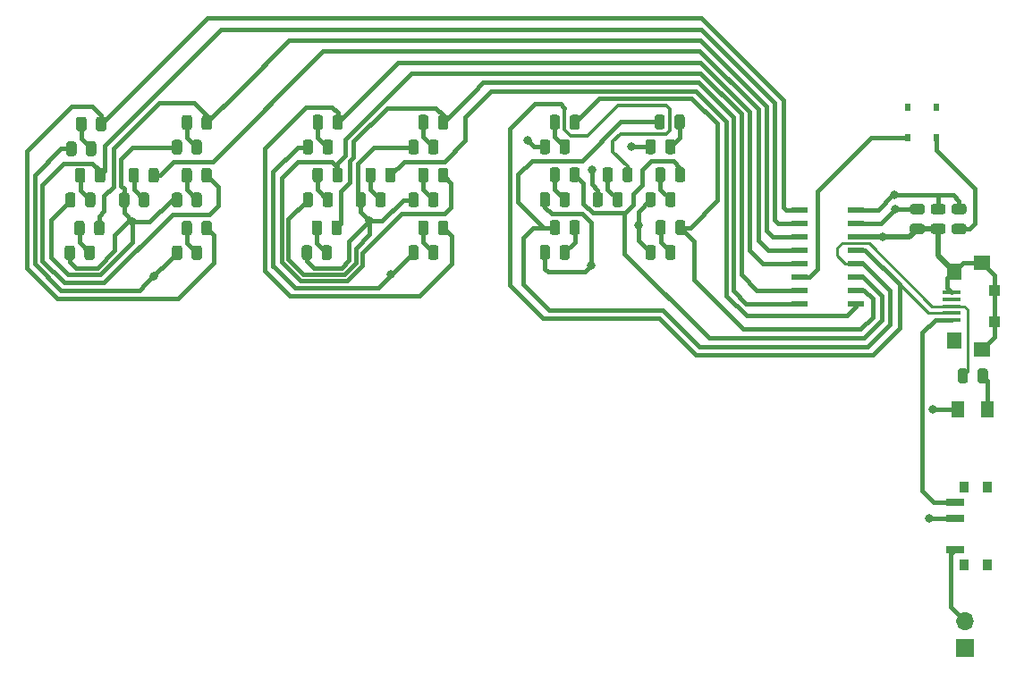
<source format=gtl>
G04 #@! TF.GenerationSoftware,KiCad,Pcbnew,(5.1.9)-1*
G04 #@! TF.CreationDate,2021-03-01T10:40:22-06:00*
G04 #@! TF.ProjectId,altbier_pcb_3d6,616c7462-6965-4725-9f70-63625f336436,1*
G04 #@! TF.SameCoordinates,Original*
G04 #@! TF.FileFunction,Copper,L1,Top*
G04 #@! TF.FilePolarity,Positive*
%FSLAX46Y46*%
G04 Gerber Fmt 4.6, Leading zero omitted, Abs format (unit mm)*
G04 Created by KiCad (PCBNEW (5.1.9)-1) date 2021-03-01 10:40:22*
%MOMM*%
%LPD*%
G01*
G04 APERTURE LIST*
G04 #@! TA.AperFunction,SMDPad,CuDef*
%ADD10R,1.250000X1.500000*%
G04 #@! TD*
G04 #@! TA.AperFunction,ComponentPad*
%ADD11R,1.700000X1.700000*%
G04 #@! TD*
G04 #@! TA.AperFunction,ComponentPad*
%ADD12O,1.700000X1.700000*%
G04 #@! TD*
G04 #@! TA.AperFunction,SMDPad,CuDef*
%ADD13R,1.700000X0.700000*%
G04 #@! TD*
G04 #@! TA.AperFunction,SMDPad,CuDef*
%ADD14R,0.900000X1.000000*%
G04 #@! TD*
G04 #@! TA.AperFunction,SMDPad,CuDef*
%ADD15R,1.500000X0.600000*%
G04 #@! TD*
G04 #@! TA.AperFunction,SMDPad,CuDef*
%ADD16R,1.000000X1.100000*%
G04 #@! TD*
G04 #@! TA.AperFunction,SMDPad,CuDef*
%ADD17R,1.500000X1.350000*%
G04 #@! TD*
G04 #@! TA.AperFunction,SMDPad,CuDef*
%ADD18R,1.800000X0.400000*%
G04 #@! TD*
G04 #@! TA.AperFunction,SMDPad,CuDef*
%ADD19R,1.400000X1.500000*%
G04 #@! TD*
G04 #@! TA.AperFunction,SMDPad,CuDef*
%ADD20R,0.600000X0.750000*%
G04 #@! TD*
G04 #@! TA.AperFunction,ViaPad*
%ADD21C,0.800000*%
G04 #@! TD*
G04 #@! TA.AperFunction,Conductor*
%ADD22C,0.400000*%
G04 #@! TD*
G04 #@! TA.AperFunction,Conductor*
%ADD23C,0.500000*%
G04 #@! TD*
G04 #@! TA.AperFunction,Conductor*
%ADD24C,0.250000*%
G04 #@! TD*
G04 #@! TA.AperFunction,Conductor*
%ADD25C,0.350000*%
G04 #@! TD*
G04 APERTURE END LIST*
D10*
G04 #@! TO.P,SW2,2*
G04 #@! TO.N,Net-(R2-Pad2)*
X205870000Y-89916000D03*
G04 #@! TO.P,SW2,1*
G04 #@! TO.N,V33*
X203070000Y-89916000D03*
G04 #@! TD*
D11*
G04 #@! TO.P,J2,1*
G04 #@! TO.N,GND*
X203708000Y-112522000D03*
D12*
G04 #@! TO.P,J2,2*
G04 #@! TO.N,BAT-PWR*
X203708000Y-109982000D03*
G04 #@! TD*
G04 #@! TO.P,C1,2*
G04 #@! TO.N,V33*
G04 #@! TA.AperFunction,SMDPad,CuDef*
G36*
G01*
X201649650Y-71432000D02*
X200737150Y-71432000D01*
G75*
G02*
X200493400Y-71188250I0J243750D01*
G01*
X200493400Y-70700750D01*
G75*
G02*
X200737150Y-70457000I243750J0D01*
G01*
X201649650Y-70457000D01*
G75*
G02*
X201893400Y-70700750I0J-243750D01*
G01*
X201893400Y-71188250D01*
G75*
G02*
X201649650Y-71432000I-243750J0D01*
G01*
G37*
G04 #@! TD.AperFunction*
G04 #@! TO.P,C1,1*
G04 #@! TO.N,GND*
G04 #@! TA.AperFunction,SMDPad,CuDef*
G36*
G01*
X201649650Y-73307000D02*
X200737150Y-73307000D01*
G75*
G02*
X200493400Y-73063250I0J243750D01*
G01*
X200493400Y-72575750D01*
G75*
G02*
X200737150Y-72332000I243750J0D01*
G01*
X201649650Y-72332000D01*
G75*
G02*
X201893400Y-72575750I0J-243750D01*
G01*
X201893400Y-73063250D01*
G75*
G02*
X201649650Y-73307000I-243750J0D01*
G01*
G37*
G04 #@! TD.AperFunction*
G04 #@! TD*
G04 #@! TO.P,C2,2*
G04 #@! TO.N,VCC*
G04 #@! TA.AperFunction,SMDPad,CuDef*
G36*
G01*
X199668450Y-71432000D02*
X198755950Y-71432000D01*
G75*
G02*
X198512200Y-71188250I0J243750D01*
G01*
X198512200Y-70700750D01*
G75*
G02*
X198755950Y-70457000I243750J0D01*
G01*
X199668450Y-70457000D01*
G75*
G02*
X199912200Y-70700750I0J-243750D01*
G01*
X199912200Y-71188250D01*
G75*
G02*
X199668450Y-71432000I-243750J0D01*
G01*
G37*
G04 #@! TD.AperFunction*
G04 #@! TO.P,C2,1*
G04 #@! TO.N,GND*
G04 #@! TA.AperFunction,SMDPad,CuDef*
G36*
G01*
X199668450Y-73307000D02*
X198755950Y-73307000D01*
G75*
G02*
X198512200Y-73063250I0J243750D01*
G01*
X198512200Y-72575750D01*
G75*
G02*
X198755950Y-72332000I243750J0D01*
G01*
X199668450Y-72332000D01*
G75*
G02*
X199912200Y-72575750I0J-243750D01*
G01*
X199912200Y-73063250D01*
G75*
G02*
X199668450Y-73307000I-243750J0D01*
G01*
G37*
G04 #@! TD.AperFunction*
G04 #@! TD*
G04 #@! TO.P,R2,2*
G04 #@! TO.N,Net-(R2-Pad2)*
G04 #@! TA.AperFunction,SMDPad,CuDef*
G36*
G01*
X204920000Y-87197250D02*
X204920000Y-86284750D01*
G75*
G02*
X205163750Y-86041000I243750J0D01*
G01*
X205651250Y-86041000D01*
G75*
G02*
X205895000Y-86284750I0J-243750D01*
G01*
X205895000Y-87197250D01*
G75*
G02*
X205651250Y-87441000I-243750J0D01*
G01*
X205163750Y-87441000D01*
G75*
G02*
X204920000Y-87197250I0J243750D01*
G01*
G37*
G04 #@! TD.AperFunction*
G04 #@! TO.P,R2,1*
G04 #@! TO.N,D+*
G04 #@! TA.AperFunction,SMDPad,CuDef*
G36*
G01*
X203045000Y-87197250D02*
X203045000Y-86284750D01*
G75*
G02*
X203288750Y-86041000I243750J0D01*
G01*
X203776250Y-86041000D01*
G75*
G02*
X204020000Y-86284750I0J-243750D01*
G01*
X204020000Y-87197250D01*
G75*
G02*
X203776250Y-87441000I-243750J0D01*
G01*
X203288750Y-87441000D01*
G75*
G02*
X203045000Y-87197250I0J243750D01*
G01*
G37*
G04 #@! TD.AperFunction*
G04 #@! TD*
G04 #@! TO.P,R3,2*
G04 #@! TO.N,V33*
G04 #@! TA.AperFunction,SMDPad,CuDef*
G36*
G01*
X203630850Y-71432000D02*
X202718350Y-71432000D01*
G75*
G02*
X202474600Y-71188250I0J243750D01*
G01*
X202474600Y-70700750D01*
G75*
G02*
X202718350Y-70457000I243750J0D01*
G01*
X203630850Y-70457000D01*
G75*
G02*
X203874600Y-70700750I0J-243750D01*
G01*
X203874600Y-71188250D01*
G75*
G02*
X203630850Y-71432000I-243750J0D01*
G01*
G37*
G04 #@! TD.AperFunction*
G04 #@! TO.P,R3,1*
G04 #@! TO.N,Net-(R3-Pad1)*
G04 #@! TA.AperFunction,SMDPad,CuDef*
G36*
G01*
X203630850Y-73307000D02*
X202718350Y-73307000D01*
G75*
G02*
X202474600Y-73063250I0J243750D01*
G01*
X202474600Y-72575750D01*
G75*
G02*
X202718350Y-72332000I243750J0D01*
G01*
X203630850Y-72332000D01*
G75*
G02*
X203874600Y-72575750I0J-243750D01*
G01*
X203874600Y-73063250D01*
G75*
G02*
X203630850Y-73307000I-243750J0D01*
G01*
G37*
G04 #@! TD.AperFunction*
G04 #@! TD*
G04 #@! TO.P,R11,2*
G04 #@! TO.N,P3.2*
G04 #@! TA.AperFunction,SMDPad,CuDef*
G36*
G01*
X121455600Y-63346650D02*
X121455600Y-62434150D01*
G75*
G02*
X121699350Y-62190400I243750J0D01*
G01*
X122186850Y-62190400D01*
G75*
G02*
X122430600Y-62434150I0J-243750D01*
G01*
X122430600Y-63346650D01*
G75*
G02*
X122186850Y-63590400I-243750J0D01*
G01*
X121699350Y-63590400D01*
G75*
G02*
X121455600Y-63346650I0J243750D01*
G01*
G37*
G04 #@! TD.AperFunction*
G04 #@! TO.P,R11,1*
G04 #@! TO.N,Net-(D11-Pad2)*
G04 #@! TA.AperFunction,SMDPad,CuDef*
G36*
G01*
X119580600Y-63346650D02*
X119580600Y-62434150D01*
G75*
G02*
X119824350Y-62190400I243750J0D01*
G01*
X120311850Y-62190400D01*
G75*
G02*
X120555600Y-62434150I0J-243750D01*
G01*
X120555600Y-63346650D01*
G75*
G02*
X120311850Y-63590400I-243750J0D01*
G01*
X119824350Y-63590400D01*
G75*
G02*
X119580600Y-63346650I0J243750D01*
G01*
G37*
G04 #@! TD.AperFunction*
G04 #@! TD*
G04 #@! TO.P,R12,2*
G04 #@! TO.N,P3.2*
G04 #@! TA.AperFunction,SMDPad,CuDef*
G36*
G01*
X131437800Y-73201850D02*
X131437800Y-72289350D01*
G75*
G02*
X131681550Y-72045600I243750J0D01*
G01*
X132169050Y-72045600D01*
G75*
G02*
X132412800Y-72289350I0J-243750D01*
G01*
X132412800Y-73201850D01*
G75*
G02*
X132169050Y-73445600I-243750J0D01*
G01*
X131681550Y-73445600D01*
G75*
G02*
X131437800Y-73201850I0J243750D01*
G01*
G37*
G04 #@! TD.AperFunction*
G04 #@! TO.P,R12,1*
G04 #@! TO.N,Net-(D12-Pad2)*
G04 #@! TA.AperFunction,SMDPad,CuDef*
G36*
G01*
X129562800Y-73201850D02*
X129562800Y-72289350D01*
G75*
G02*
X129806550Y-72045600I243750J0D01*
G01*
X130294050Y-72045600D01*
G75*
G02*
X130537800Y-72289350I0J-243750D01*
G01*
X130537800Y-73201850D01*
G75*
G02*
X130294050Y-73445600I-243750J0D01*
G01*
X129806550Y-73445600D01*
G75*
G02*
X129562800Y-73201850I0J243750D01*
G01*
G37*
G04 #@! TD.AperFunction*
G04 #@! TD*
G04 #@! TO.P,R13,2*
G04 #@! TO.N,P1.4*
G04 #@! TA.AperFunction,SMDPad,CuDef*
G36*
G01*
X121354000Y-68198050D02*
X121354000Y-67285550D01*
G75*
G02*
X121597750Y-67041800I243750J0D01*
G01*
X122085250Y-67041800D01*
G75*
G02*
X122329000Y-67285550I0J-243750D01*
G01*
X122329000Y-68198050D01*
G75*
G02*
X122085250Y-68441800I-243750J0D01*
G01*
X121597750Y-68441800D01*
G75*
G02*
X121354000Y-68198050I0J243750D01*
G01*
G37*
G04 #@! TD.AperFunction*
G04 #@! TO.P,R13,1*
G04 #@! TO.N,Net-(D13-Pad2)*
G04 #@! TA.AperFunction,SMDPad,CuDef*
G36*
G01*
X119479000Y-68198050D02*
X119479000Y-67285550D01*
G75*
G02*
X119722750Y-67041800I243750J0D01*
G01*
X120210250Y-67041800D01*
G75*
G02*
X120454000Y-67285550I0J-243750D01*
G01*
X120454000Y-68198050D01*
G75*
G02*
X120210250Y-68441800I-243750J0D01*
G01*
X119722750Y-68441800D01*
G75*
G02*
X119479000Y-68198050I0J243750D01*
G01*
G37*
G04 #@! TD.AperFunction*
G04 #@! TD*
G04 #@! TO.P,R14,2*
G04 #@! TO.N,P1.4*
G04 #@! TA.AperFunction,SMDPad,CuDef*
G36*
G01*
X131437800Y-68198050D02*
X131437800Y-67285550D01*
G75*
G02*
X131681550Y-67041800I243750J0D01*
G01*
X132169050Y-67041800D01*
G75*
G02*
X132412800Y-67285550I0J-243750D01*
G01*
X132412800Y-68198050D01*
G75*
G02*
X132169050Y-68441800I-243750J0D01*
G01*
X131681550Y-68441800D01*
G75*
G02*
X131437800Y-68198050I0J243750D01*
G01*
G37*
G04 #@! TD.AperFunction*
G04 #@! TO.P,R14,1*
G04 #@! TO.N,Net-(D14-Pad2)*
G04 #@! TA.AperFunction,SMDPad,CuDef*
G36*
G01*
X129562800Y-68198050D02*
X129562800Y-67285550D01*
G75*
G02*
X129806550Y-67041800I243750J0D01*
G01*
X130294050Y-67041800D01*
G75*
G02*
X130537800Y-67285550I0J-243750D01*
G01*
X130537800Y-68198050D01*
G75*
G02*
X130294050Y-68441800I-243750J0D01*
G01*
X129806550Y-68441800D01*
G75*
G02*
X129562800Y-68198050I0J243750D01*
G01*
G37*
G04 #@! TD.AperFunction*
G04 #@! TD*
G04 #@! TO.P,R15,2*
G04 #@! TO.N,P1.5*
G04 #@! TA.AperFunction,SMDPad,CuDef*
G36*
G01*
X121277800Y-73201850D02*
X121277800Y-72289350D01*
G75*
G02*
X121521550Y-72045600I243750J0D01*
G01*
X122009050Y-72045600D01*
G75*
G02*
X122252800Y-72289350I0J-243750D01*
G01*
X122252800Y-73201850D01*
G75*
G02*
X122009050Y-73445600I-243750J0D01*
G01*
X121521550Y-73445600D01*
G75*
G02*
X121277800Y-73201850I0J243750D01*
G01*
G37*
G04 #@! TD.AperFunction*
G04 #@! TO.P,R15,1*
G04 #@! TO.N,Net-(D15-Pad2)*
G04 #@! TA.AperFunction,SMDPad,CuDef*
G36*
G01*
X119402800Y-73201850D02*
X119402800Y-72289350D01*
G75*
G02*
X119646550Y-72045600I243750J0D01*
G01*
X120134050Y-72045600D01*
G75*
G02*
X120377800Y-72289350I0J-243750D01*
G01*
X120377800Y-73201850D01*
G75*
G02*
X120134050Y-73445600I-243750J0D01*
G01*
X119646550Y-73445600D01*
G75*
G02*
X119402800Y-73201850I0J243750D01*
G01*
G37*
G04 #@! TD.AperFunction*
G04 #@! TD*
G04 #@! TO.P,R16,2*
G04 #@! TO.N,P1.5*
G04 #@! TA.AperFunction,SMDPad,CuDef*
G36*
G01*
X131463200Y-63194250D02*
X131463200Y-62281750D01*
G75*
G02*
X131706950Y-62038000I243750J0D01*
G01*
X132194450Y-62038000D01*
G75*
G02*
X132438200Y-62281750I0J-243750D01*
G01*
X132438200Y-63194250D01*
G75*
G02*
X132194450Y-63438000I-243750J0D01*
G01*
X131706950Y-63438000D01*
G75*
G02*
X131463200Y-63194250I0J243750D01*
G01*
G37*
G04 #@! TD.AperFunction*
G04 #@! TO.P,R16,1*
G04 #@! TO.N,Net-(D16-Pad2)*
G04 #@! TA.AperFunction,SMDPad,CuDef*
G36*
G01*
X129588200Y-63194250D02*
X129588200Y-62281750D01*
G75*
G02*
X129831950Y-62038000I243750J0D01*
G01*
X130319450Y-62038000D01*
G75*
G02*
X130563200Y-62281750I0J-243750D01*
G01*
X130563200Y-63194250D01*
G75*
G02*
X130319450Y-63438000I-243750J0D01*
G01*
X129831950Y-63438000D01*
G75*
G02*
X129588200Y-63194250I0J243750D01*
G01*
G37*
G04 #@! TD.AperFunction*
G04 #@! TD*
G04 #@! TO.P,R17,2*
G04 #@! TO.N,P1.6*
G04 #@! TA.AperFunction,SMDPad,CuDef*
G36*
G01*
X126434000Y-68198050D02*
X126434000Y-67285550D01*
G75*
G02*
X126677750Y-67041800I243750J0D01*
G01*
X127165250Y-67041800D01*
G75*
G02*
X127409000Y-67285550I0J-243750D01*
G01*
X127409000Y-68198050D01*
G75*
G02*
X127165250Y-68441800I-243750J0D01*
G01*
X126677750Y-68441800D01*
G75*
G02*
X126434000Y-68198050I0J243750D01*
G01*
G37*
G04 #@! TD.AperFunction*
G04 #@! TO.P,R17,1*
G04 #@! TO.N,Net-(D17-Pad2)*
G04 #@! TA.AperFunction,SMDPad,CuDef*
G36*
G01*
X124559000Y-68198050D02*
X124559000Y-67285550D01*
G75*
G02*
X124802750Y-67041800I243750J0D01*
G01*
X125290250Y-67041800D01*
G75*
G02*
X125534000Y-67285550I0J-243750D01*
G01*
X125534000Y-68198050D01*
G75*
G02*
X125290250Y-68441800I-243750J0D01*
G01*
X124802750Y-68441800D01*
G75*
G02*
X124559000Y-68198050I0J243750D01*
G01*
G37*
G04 #@! TD.AperFunction*
G04 #@! TD*
G04 #@! TO.P,R21,2*
G04 #@! TO.N,P1.7*
G04 #@! TA.AperFunction,SMDPad,CuDef*
G36*
G01*
X143858400Y-63168850D02*
X143858400Y-62256350D01*
G75*
G02*
X144102150Y-62012600I243750J0D01*
G01*
X144589650Y-62012600D01*
G75*
G02*
X144833400Y-62256350I0J-243750D01*
G01*
X144833400Y-63168850D01*
G75*
G02*
X144589650Y-63412600I-243750J0D01*
G01*
X144102150Y-63412600D01*
G75*
G02*
X143858400Y-63168850I0J243750D01*
G01*
G37*
G04 #@! TD.AperFunction*
G04 #@! TO.P,R21,1*
G04 #@! TO.N,Net-(D21-Pad2)*
G04 #@! TA.AperFunction,SMDPad,CuDef*
G36*
G01*
X141983400Y-63168850D02*
X141983400Y-62256350D01*
G75*
G02*
X142227150Y-62012600I243750J0D01*
G01*
X142714650Y-62012600D01*
G75*
G02*
X142958400Y-62256350I0J-243750D01*
G01*
X142958400Y-63168850D01*
G75*
G02*
X142714650Y-63412600I-243750J0D01*
G01*
X142227150Y-63412600D01*
G75*
G02*
X141983400Y-63168850I0J243750D01*
G01*
G37*
G04 #@! TD.AperFunction*
G04 #@! TD*
G04 #@! TO.P,R22,2*
G04 #@! TO.N,P1.7*
G04 #@! TA.AperFunction,SMDPad,CuDef*
G36*
G01*
X153840600Y-73176450D02*
X153840600Y-72263950D01*
G75*
G02*
X154084350Y-72020200I243750J0D01*
G01*
X154571850Y-72020200D01*
G75*
G02*
X154815600Y-72263950I0J-243750D01*
G01*
X154815600Y-73176450D01*
G75*
G02*
X154571850Y-73420200I-243750J0D01*
G01*
X154084350Y-73420200D01*
G75*
G02*
X153840600Y-73176450I0J243750D01*
G01*
G37*
G04 #@! TD.AperFunction*
G04 #@! TO.P,R22,1*
G04 #@! TO.N,Net-(D22-Pad2)*
G04 #@! TA.AperFunction,SMDPad,CuDef*
G36*
G01*
X151965600Y-73176450D02*
X151965600Y-72263950D01*
G75*
G02*
X152209350Y-72020200I243750J0D01*
G01*
X152696850Y-72020200D01*
G75*
G02*
X152940600Y-72263950I0J-243750D01*
G01*
X152940600Y-73176450D01*
G75*
G02*
X152696850Y-73420200I-243750J0D01*
G01*
X152209350Y-73420200D01*
G75*
G02*
X151965600Y-73176450I0J243750D01*
G01*
G37*
G04 #@! TD.AperFunction*
G04 #@! TD*
G04 #@! TO.P,R23,2*
G04 #@! TO.N,P3.1*
G04 #@! TA.AperFunction,SMDPad,CuDef*
G36*
G01*
X143833000Y-68172650D02*
X143833000Y-67260150D01*
G75*
G02*
X144076750Y-67016400I243750J0D01*
G01*
X144564250Y-67016400D01*
G75*
G02*
X144808000Y-67260150I0J-243750D01*
G01*
X144808000Y-68172650D01*
G75*
G02*
X144564250Y-68416400I-243750J0D01*
G01*
X144076750Y-68416400D01*
G75*
G02*
X143833000Y-68172650I0J243750D01*
G01*
G37*
G04 #@! TD.AperFunction*
G04 #@! TO.P,R23,1*
G04 #@! TO.N,Net-(D23-Pad2)*
G04 #@! TA.AperFunction,SMDPad,CuDef*
G36*
G01*
X141958000Y-68172650D02*
X141958000Y-67260150D01*
G75*
G02*
X142201750Y-67016400I243750J0D01*
G01*
X142689250Y-67016400D01*
G75*
G02*
X142933000Y-67260150I0J-243750D01*
G01*
X142933000Y-68172650D01*
G75*
G02*
X142689250Y-68416400I-243750J0D01*
G01*
X142201750Y-68416400D01*
G75*
G02*
X141958000Y-68172650I0J243750D01*
G01*
G37*
G04 #@! TD.AperFunction*
G04 #@! TD*
G04 #@! TO.P,R24,2*
G04 #@! TO.N,P3.1*
G04 #@! TA.AperFunction,SMDPad,CuDef*
G36*
G01*
X153840600Y-68172650D02*
X153840600Y-67260150D01*
G75*
G02*
X154084350Y-67016400I243750J0D01*
G01*
X154571850Y-67016400D01*
G75*
G02*
X154815600Y-67260150I0J-243750D01*
G01*
X154815600Y-68172650D01*
G75*
G02*
X154571850Y-68416400I-243750J0D01*
G01*
X154084350Y-68416400D01*
G75*
G02*
X153840600Y-68172650I0J243750D01*
G01*
G37*
G04 #@! TD.AperFunction*
G04 #@! TO.P,R24,1*
G04 #@! TO.N,Net-(D24-Pad2)*
G04 #@! TA.AperFunction,SMDPad,CuDef*
G36*
G01*
X151965600Y-68172650D02*
X151965600Y-67260150D01*
G75*
G02*
X152209350Y-67016400I243750J0D01*
G01*
X152696850Y-67016400D01*
G75*
G02*
X152940600Y-67260150I0J-243750D01*
G01*
X152940600Y-68172650D01*
G75*
G02*
X152696850Y-68416400I-243750J0D01*
G01*
X152209350Y-68416400D01*
G75*
G02*
X151965600Y-68172650I0J243750D01*
G01*
G37*
G04 #@! TD.AperFunction*
G04 #@! TD*
G04 #@! TO.P,R25,2*
G04 #@! TO.N,P3.0*
G04 #@! TA.AperFunction,SMDPad,CuDef*
G36*
G01*
X143756800Y-73176450D02*
X143756800Y-72263950D01*
G75*
G02*
X144000550Y-72020200I243750J0D01*
G01*
X144488050Y-72020200D01*
G75*
G02*
X144731800Y-72263950I0J-243750D01*
G01*
X144731800Y-73176450D01*
G75*
G02*
X144488050Y-73420200I-243750J0D01*
G01*
X144000550Y-73420200D01*
G75*
G02*
X143756800Y-73176450I0J243750D01*
G01*
G37*
G04 #@! TD.AperFunction*
G04 #@! TO.P,R25,1*
G04 #@! TO.N,Net-(D25-Pad2)*
G04 #@! TA.AperFunction,SMDPad,CuDef*
G36*
G01*
X141881800Y-73176450D02*
X141881800Y-72263950D01*
G75*
G02*
X142125550Y-72020200I243750J0D01*
G01*
X142613050Y-72020200D01*
G75*
G02*
X142856800Y-72263950I0J-243750D01*
G01*
X142856800Y-73176450D01*
G75*
G02*
X142613050Y-73420200I-243750J0D01*
G01*
X142125550Y-73420200D01*
G75*
G02*
X141881800Y-73176450I0J243750D01*
G01*
G37*
G04 #@! TD.AperFunction*
G04 #@! TD*
G04 #@! TO.P,R26,2*
G04 #@! TO.N,P3.0*
G04 #@! TA.AperFunction,SMDPad,CuDef*
G36*
G01*
X153840600Y-63168850D02*
X153840600Y-62256350D01*
G75*
G02*
X154084350Y-62012600I243750J0D01*
G01*
X154571850Y-62012600D01*
G75*
G02*
X154815600Y-62256350I0J-243750D01*
G01*
X154815600Y-63168850D01*
G75*
G02*
X154571850Y-63412600I-243750J0D01*
G01*
X154084350Y-63412600D01*
G75*
G02*
X153840600Y-63168850I0J243750D01*
G01*
G37*
G04 #@! TD.AperFunction*
G04 #@! TO.P,R26,1*
G04 #@! TO.N,Net-(D26-Pad2)*
G04 #@! TA.AperFunction,SMDPad,CuDef*
G36*
G01*
X151965600Y-63168850D02*
X151965600Y-62256350D01*
G75*
G02*
X152209350Y-62012600I243750J0D01*
G01*
X152696850Y-62012600D01*
G75*
G02*
X152940600Y-62256350I0J-243750D01*
G01*
X152940600Y-63168850D01*
G75*
G02*
X152696850Y-63412600I-243750J0D01*
G01*
X152209350Y-63412600D01*
G75*
G02*
X151965600Y-63168850I0J243750D01*
G01*
G37*
G04 #@! TD.AperFunction*
G04 #@! TD*
G04 #@! TO.P,R27,2*
G04 #@! TO.N,P1.1*
G04 #@! TA.AperFunction,SMDPad,CuDef*
G36*
G01*
X148836800Y-68172650D02*
X148836800Y-67260150D01*
G75*
G02*
X149080550Y-67016400I243750J0D01*
G01*
X149568050Y-67016400D01*
G75*
G02*
X149811800Y-67260150I0J-243750D01*
G01*
X149811800Y-68172650D01*
G75*
G02*
X149568050Y-68416400I-243750J0D01*
G01*
X149080550Y-68416400D01*
G75*
G02*
X148836800Y-68172650I0J243750D01*
G01*
G37*
G04 #@! TD.AperFunction*
G04 #@! TO.P,R27,1*
G04 #@! TO.N,Net-(D27-Pad2)*
G04 #@! TA.AperFunction,SMDPad,CuDef*
G36*
G01*
X146961800Y-68172650D02*
X146961800Y-67260150D01*
G75*
G02*
X147205550Y-67016400I243750J0D01*
G01*
X147693050Y-67016400D01*
G75*
G02*
X147936800Y-67260150I0J-243750D01*
G01*
X147936800Y-68172650D01*
G75*
G02*
X147693050Y-68416400I-243750J0D01*
G01*
X147205550Y-68416400D01*
G75*
G02*
X146961800Y-68172650I0J243750D01*
G01*
G37*
G04 #@! TD.AperFunction*
G04 #@! TD*
G04 #@! TO.P,R31,2*
G04 #@! TO.N,P3.3*
G04 #@! TA.AperFunction,SMDPad,CuDef*
G36*
G01*
X166286600Y-63168850D02*
X166286600Y-62256350D01*
G75*
G02*
X166530350Y-62012600I243750J0D01*
G01*
X167017850Y-62012600D01*
G75*
G02*
X167261600Y-62256350I0J-243750D01*
G01*
X167261600Y-63168850D01*
G75*
G02*
X167017850Y-63412600I-243750J0D01*
G01*
X166530350Y-63412600D01*
G75*
G02*
X166286600Y-63168850I0J243750D01*
G01*
G37*
G04 #@! TD.AperFunction*
G04 #@! TO.P,R31,1*
G04 #@! TO.N,Net-(D31-Pad2)*
G04 #@! TA.AperFunction,SMDPad,CuDef*
G36*
G01*
X164411600Y-63168850D02*
X164411600Y-62256350D01*
G75*
G02*
X164655350Y-62012600I243750J0D01*
G01*
X165142850Y-62012600D01*
G75*
G02*
X165386600Y-62256350I0J-243750D01*
G01*
X165386600Y-63168850D01*
G75*
G02*
X165142850Y-63412600I-243750J0D01*
G01*
X164655350Y-63412600D01*
G75*
G02*
X164411600Y-63168850I0J243750D01*
G01*
G37*
G04 #@! TD.AperFunction*
G04 #@! TD*
G04 #@! TO.P,R32,2*
G04 #@! TO.N,P3.3*
G04 #@! TA.AperFunction,SMDPad,CuDef*
G36*
G01*
X176294200Y-73151050D02*
X176294200Y-72238550D01*
G75*
G02*
X176537950Y-71994800I243750J0D01*
G01*
X177025450Y-71994800D01*
G75*
G02*
X177269200Y-72238550I0J-243750D01*
G01*
X177269200Y-73151050D01*
G75*
G02*
X177025450Y-73394800I-243750J0D01*
G01*
X176537950Y-73394800D01*
G75*
G02*
X176294200Y-73151050I0J243750D01*
G01*
G37*
G04 #@! TD.AperFunction*
G04 #@! TO.P,R32,1*
G04 #@! TO.N,Net-(D32-Pad2)*
G04 #@! TA.AperFunction,SMDPad,CuDef*
G36*
G01*
X174419200Y-73151050D02*
X174419200Y-72238550D01*
G75*
G02*
X174662950Y-71994800I243750J0D01*
G01*
X175150450Y-71994800D01*
G75*
G02*
X175394200Y-72238550I0J-243750D01*
G01*
X175394200Y-73151050D01*
G75*
G02*
X175150450Y-73394800I-243750J0D01*
G01*
X174662950Y-73394800D01*
G75*
G02*
X174419200Y-73151050I0J243750D01*
G01*
G37*
G04 #@! TD.AperFunction*
G04 #@! TD*
G04 #@! TO.P,R33,2*
G04 #@! TO.N,P3.4*
G04 #@! TA.AperFunction,SMDPad,CuDef*
G36*
G01*
X166286600Y-68147250D02*
X166286600Y-67234750D01*
G75*
G02*
X166530350Y-66991000I243750J0D01*
G01*
X167017850Y-66991000D01*
G75*
G02*
X167261600Y-67234750I0J-243750D01*
G01*
X167261600Y-68147250D01*
G75*
G02*
X167017850Y-68391000I-243750J0D01*
G01*
X166530350Y-68391000D01*
G75*
G02*
X166286600Y-68147250I0J243750D01*
G01*
G37*
G04 #@! TD.AperFunction*
G04 #@! TO.P,R33,1*
G04 #@! TO.N,Net-(D33-Pad2)*
G04 #@! TA.AperFunction,SMDPad,CuDef*
G36*
G01*
X164411600Y-68147250D02*
X164411600Y-67234750D01*
G75*
G02*
X164655350Y-66991000I243750J0D01*
G01*
X165142850Y-66991000D01*
G75*
G02*
X165386600Y-67234750I0J-243750D01*
G01*
X165386600Y-68147250D01*
G75*
G02*
X165142850Y-68391000I-243750J0D01*
G01*
X164655350Y-68391000D01*
G75*
G02*
X164411600Y-68147250I0J243750D01*
G01*
G37*
G04 #@! TD.AperFunction*
G04 #@! TD*
G04 #@! TO.P,R34,2*
G04 #@! TO.N,P3.4*
G04 #@! TA.AperFunction,SMDPad,CuDef*
G36*
G01*
X176268800Y-68147250D02*
X176268800Y-67234750D01*
G75*
G02*
X176512550Y-66991000I243750J0D01*
G01*
X177000050Y-66991000D01*
G75*
G02*
X177243800Y-67234750I0J-243750D01*
G01*
X177243800Y-68147250D01*
G75*
G02*
X177000050Y-68391000I-243750J0D01*
G01*
X176512550Y-68391000D01*
G75*
G02*
X176268800Y-68147250I0J243750D01*
G01*
G37*
G04 #@! TD.AperFunction*
G04 #@! TO.P,R34,1*
G04 #@! TO.N,Net-(D34-Pad2)*
G04 #@! TA.AperFunction,SMDPad,CuDef*
G36*
G01*
X174393800Y-68147250D02*
X174393800Y-67234750D01*
G75*
G02*
X174637550Y-66991000I243750J0D01*
G01*
X175125050Y-66991000D01*
G75*
G02*
X175368800Y-67234750I0J-243750D01*
G01*
X175368800Y-68147250D01*
G75*
G02*
X175125050Y-68391000I-243750J0D01*
G01*
X174637550Y-68391000D01*
G75*
G02*
X174393800Y-68147250I0J243750D01*
G01*
G37*
G04 #@! TD.AperFunction*
G04 #@! TD*
G04 #@! TO.P,R35,2*
G04 #@! TO.N,D+*
G04 #@! TA.AperFunction,SMDPad,CuDef*
G36*
G01*
X165386600Y-72238550D02*
X165386600Y-73151050D01*
G75*
G02*
X165142850Y-73394800I-243750J0D01*
G01*
X164655350Y-73394800D01*
G75*
G02*
X164411600Y-73151050I0J243750D01*
G01*
X164411600Y-72238550D01*
G75*
G02*
X164655350Y-71994800I243750J0D01*
G01*
X165142850Y-71994800D01*
G75*
G02*
X165386600Y-72238550I0J-243750D01*
G01*
G37*
G04 #@! TD.AperFunction*
G04 #@! TO.P,R35,1*
G04 #@! TO.N,Net-(D35-Pad2)*
G04 #@! TA.AperFunction,SMDPad,CuDef*
G36*
G01*
X167261600Y-72238550D02*
X167261600Y-73151050D01*
G75*
G02*
X167017850Y-73394800I-243750J0D01*
G01*
X166530350Y-73394800D01*
G75*
G02*
X166286600Y-73151050I0J243750D01*
G01*
X166286600Y-72238550D01*
G75*
G02*
X166530350Y-71994800I243750J0D01*
G01*
X167017850Y-71994800D01*
G75*
G02*
X167261600Y-72238550I0J-243750D01*
G01*
G37*
G04 #@! TD.AperFunction*
G04 #@! TD*
G04 #@! TO.P,R36,2*
G04 #@! TO.N,D+*
G04 #@! TA.AperFunction,SMDPad,CuDef*
G36*
G01*
X175318000Y-62230950D02*
X175318000Y-63143450D01*
G75*
G02*
X175074250Y-63387200I-243750J0D01*
G01*
X174586750Y-63387200D01*
G75*
G02*
X174343000Y-63143450I0J243750D01*
G01*
X174343000Y-62230950D01*
G75*
G02*
X174586750Y-61987200I243750J0D01*
G01*
X175074250Y-61987200D01*
G75*
G02*
X175318000Y-62230950I0J-243750D01*
G01*
G37*
G04 #@! TD.AperFunction*
G04 #@! TO.P,R36,1*
G04 #@! TO.N,Net-(D36-Pad2)*
G04 #@! TA.AperFunction,SMDPad,CuDef*
G36*
G01*
X177193000Y-62230950D02*
X177193000Y-63143450D01*
G75*
G02*
X176949250Y-63387200I-243750J0D01*
G01*
X176461750Y-63387200D01*
G75*
G02*
X176218000Y-63143450I0J243750D01*
G01*
X176218000Y-62230950D01*
G75*
G02*
X176461750Y-61987200I243750J0D01*
G01*
X176949250Y-61987200D01*
G75*
G02*
X177193000Y-62230950I0J-243750D01*
G01*
G37*
G04 #@! TD.AperFunction*
G04 #@! TD*
G04 #@! TO.P,R37,2*
G04 #@! TO.N,D-*
G04 #@! TA.AperFunction,SMDPad,CuDef*
G36*
G01*
X171290400Y-68147250D02*
X171290400Y-67234750D01*
G75*
G02*
X171534150Y-66991000I243750J0D01*
G01*
X172021650Y-66991000D01*
G75*
G02*
X172265400Y-67234750I0J-243750D01*
G01*
X172265400Y-68147250D01*
G75*
G02*
X172021650Y-68391000I-243750J0D01*
G01*
X171534150Y-68391000D01*
G75*
G02*
X171290400Y-68147250I0J243750D01*
G01*
G37*
G04 #@! TD.AperFunction*
G04 #@! TO.P,R37,1*
G04 #@! TO.N,Net-(D37-Pad2)*
G04 #@! TA.AperFunction,SMDPad,CuDef*
G36*
G01*
X169415400Y-68147250D02*
X169415400Y-67234750D01*
G75*
G02*
X169659150Y-66991000I243750J0D01*
G01*
X170146650Y-66991000D01*
G75*
G02*
X170390400Y-67234750I0J-243750D01*
G01*
X170390400Y-68147250D01*
G75*
G02*
X170146650Y-68391000I-243750J0D01*
G01*
X169659150Y-68391000D01*
G75*
G02*
X169415400Y-68147250I0J243750D01*
G01*
G37*
G04 #@! TD.AperFunction*
G04 #@! TD*
G04 #@! TO.P,D31,2*
G04 #@! TO.N,Net-(D31-Pad2)*
G04 #@! TA.AperFunction,SMDPad,CuDef*
G36*
G01*
X165351000Y-65499450D02*
X165351000Y-64586950D01*
G75*
G02*
X165594750Y-64343200I243750J0D01*
G01*
X166082250Y-64343200D01*
G75*
G02*
X166326000Y-64586950I0J-243750D01*
G01*
X166326000Y-65499450D01*
G75*
G02*
X166082250Y-65743200I-243750J0D01*
G01*
X165594750Y-65743200D01*
G75*
G02*
X165351000Y-65499450I0J243750D01*
G01*
G37*
G04 #@! TD.AperFunction*
G04 #@! TO.P,D31,1*
G04 #@! TO.N,GND*
G04 #@! TA.AperFunction,SMDPad,CuDef*
G36*
G01*
X163476000Y-65499450D02*
X163476000Y-64586950D01*
G75*
G02*
X163719750Y-64343200I243750J0D01*
G01*
X164207250Y-64343200D01*
G75*
G02*
X164451000Y-64586950I0J-243750D01*
G01*
X164451000Y-65499450D01*
G75*
G02*
X164207250Y-65743200I-243750J0D01*
G01*
X163719750Y-65743200D01*
G75*
G02*
X163476000Y-65499450I0J243750D01*
G01*
G37*
G04 #@! TD.AperFunction*
G04 #@! TD*
G04 #@! TO.P,D32,2*
G04 #@! TO.N,Net-(D32-Pad2)*
G04 #@! TA.AperFunction,SMDPad,CuDef*
G36*
G01*
X175351000Y-75499450D02*
X175351000Y-74586950D01*
G75*
G02*
X175594750Y-74343200I243750J0D01*
G01*
X176082250Y-74343200D01*
G75*
G02*
X176326000Y-74586950I0J-243750D01*
G01*
X176326000Y-75499450D01*
G75*
G02*
X176082250Y-75743200I-243750J0D01*
G01*
X175594750Y-75743200D01*
G75*
G02*
X175351000Y-75499450I0J243750D01*
G01*
G37*
G04 #@! TD.AperFunction*
G04 #@! TO.P,D32,1*
G04 #@! TO.N,GND*
G04 #@! TA.AperFunction,SMDPad,CuDef*
G36*
G01*
X173476000Y-75499450D02*
X173476000Y-74586950D01*
G75*
G02*
X173719750Y-74343200I243750J0D01*
G01*
X174207250Y-74343200D01*
G75*
G02*
X174451000Y-74586950I0J-243750D01*
G01*
X174451000Y-75499450D01*
G75*
G02*
X174207250Y-75743200I-243750J0D01*
G01*
X173719750Y-75743200D01*
G75*
G02*
X173476000Y-75499450I0J243750D01*
G01*
G37*
G04 #@! TD.AperFunction*
G04 #@! TD*
G04 #@! TO.P,D33,2*
G04 #@! TO.N,Net-(D33-Pad2)*
G04 #@! TA.AperFunction,SMDPad,CuDef*
G36*
G01*
X165351000Y-70499450D02*
X165351000Y-69586950D01*
G75*
G02*
X165594750Y-69343200I243750J0D01*
G01*
X166082250Y-69343200D01*
G75*
G02*
X166326000Y-69586950I0J-243750D01*
G01*
X166326000Y-70499450D01*
G75*
G02*
X166082250Y-70743200I-243750J0D01*
G01*
X165594750Y-70743200D01*
G75*
G02*
X165351000Y-70499450I0J243750D01*
G01*
G37*
G04 #@! TD.AperFunction*
G04 #@! TO.P,D33,1*
G04 #@! TO.N,GND*
G04 #@! TA.AperFunction,SMDPad,CuDef*
G36*
G01*
X163476000Y-70499450D02*
X163476000Y-69586950D01*
G75*
G02*
X163719750Y-69343200I243750J0D01*
G01*
X164207250Y-69343200D01*
G75*
G02*
X164451000Y-69586950I0J-243750D01*
G01*
X164451000Y-70499450D01*
G75*
G02*
X164207250Y-70743200I-243750J0D01*
G01*
X163719750Y-70743200D01*
G75*
G02*
X163476000Y-70499450I0J243750D01*
G01*
G37*
G04 #@! TD.AperFunction*
G04 #@! TD*
G04 #@! TO.P,D34,2*
G04 #@! TO.N,Net-(D34-Pad2)*
G04 #@! TA.AperFunction,SMDPad,CuDef*
G36*
G01*
X175351000Y-70499450D02*
X175351000Y-69586950D01*
G75*
G02*
X175594750Y-69343200I243750J0D01*
G01*
X176082250Y-69343200D01*
G75*
G02*
X176326000Y-69586950I0J-243750D01*
G01*
X176326000Y-70499450D01*
G75*
G02*
X176082250Y-70743200I-243750J0D01*
G01*
X175594750Y-70743200D01*
G75*
G02*
X175351000Y-70499450I0J243750D01*
G01*
G37*
G04 #@! TD.AperFunction*
G04 #@! TO.P,D34,1*
G04 #@! TO.N,GND*
G04 #@! TA.AperFunction,SMDPad,CuDef*
G36*
G01*
X173476000Y-70499450D02*
X173476000Y-69586950D01*
G75*
G02*
X173719750Y-69343200I243750J0D01*
G01*
X174207250Y-69343200D01*
G75*
G02*
X174451000Y-69586950I0J-243750D01*
G01*
X174451000Y-70499450D01*
G75*
G02*
X174207250Y-70743200I-243750J0D01*
G01*
X173719750Y-70743200D01*
G75*
G02*
X173476000Y-70499450I0J243750D01*
G01*
G37*
G04 #@! TD.AperFunction*
G04 #@! TD*
G04 #@! TO.P,D35,2*
G04 #@! TO.N,Net-(D35-Pad2)*
G04 #@! TA.AperFunction,SMDPad,CuDef*
G36*
G01*
X165351000Y-75499450D02*
X165351000Y-74586950D01*
G75*
G02*
X165594750Y-74343200I243750J0D01*
G01*
X166082250Y-74343200D01*
G75*
G02*
X166326000Y-74586950I0J-243750D01*
G01*
X166326000Y-75499450D01*
G75*
G02*
X166082250Y-75743200I-243750J0D01*
G01*
X165594750Y-75743200D01*
G75*
G02*
X165351000Y-75499450I0J243750D01*
G01*
G37*
G04 #@! TD.AperFunction*
G04 #@! TO.P,D35,1*
G04 #@! TO.N,GND*
G04 #@! TA.AperFunction,SMDPad,CuDef*
G36*
G01*
X163476000Y-75499450D02*
X163476000Y-74586950D01*
G75*
G02*
X163719750Y-74343200I243750J0D01*
G01*
X164207250Y-74343200D01*
G75*
G02*
X164451000Y-74586950I0J-243750D01*
G01*
X164451000Y-75499450D01*
G75*
G02*
X164207250Y-75743200I-243750J0D01*
G01*
X163719750Y-75743200D01*
G75*
G02*
X163476000Y-75499450I0J243750D01*
G01*
G37*
G04 #@! TD.AperFunction*
G04 #@! TD*
G04 #@! TO.P,D36,2*
G04 #@! TO.N,Net-(D36-Pad2)*
G04 #@! TA.AperFunction,SMDPad,CuDef*
G36*
G01*
X175351000Y-65499450D02*
X175351000Y-64586950D01*
G75*
G02*
X175594750Y-64343200I243750J0D01*
G01*
X176082250Y-64343200D01*
G75*
G02*
X176326000Y-64586950I0J-243750D01*
G01*
X176326000Y-65499450D01*
G75*
G02*
X176082250Y-65743200I-243750J0D01*
G01*
X175594750Y-65743200D01*
G75*
G02*
X175351000Y-65499450I0J243750D01*
G01*
G37*
G04 #@! TD.AperFunction*
G04 #@! TO.P,D36,1*
G04 #@! TO.N,GND*
G04 #@! TA.AperFunction,SMDPad,CuDef*
G36*
G01*
X173476000Y-65499450D02*
X173476000Y-64586950D01*
G75*
G02*
X173719750Y-64343200I243750J0D01*
G01*
X174207250Y-64343200D01*
G75*
G02*
X174451000Y-64586950I0J-243750D01*
G01*
X174451000Y-65499450D01*
G75*
G02*
X174207250Y-65743200I-243750J0D01*
G01*
X173719750Y-65743200D01*
G75*
G02*
X173476000Y-65499450I0J243750D01*
G01*
G37*
G04 #@! TD.AperFunction*
G04 #@! TD*
G04 #@! TO.P,D37,2*
G04 #@! TO.N,Net-(D37-Pad2)*
G04 #@! TA.AperFunction,SMDPad,CuDef*
G36*
G01*
X170351000Y-70499450D02*
X170351000Y-69586950D01*
G75*
G02*
X170594750Y-69343200I243750J0D01*
G01*
X171082250Y-69343200D01*
G75*
G02*
X171326000Y-69586950I0J-243750D01*
G01*
X171326000Y-70499450D01*
G75*
G02*
X171082250Y-70743200I-243750J0D01*
G01*
X170594750Y-70743200D01*
G75*
G02*
X170351000Y-70499450I0J243750D01*
G01*
G37*
G04 #@! TD.AperFunction*
G04 #@! TO.P,D37,1*
G04 #@! TO.N,GND*
G04 #@! TA.AperFunction,SMDPad,CuDef*
G36*
G01*
X168476000Y-70499450D02*
X168476000Y-69586950D01*
G75*
G02*
X168719750Y-69343200I243750J0D01*
G01*
X169207250Y-69343200D01*
G75*
G02*
X169451000Y-69586950I0J-243750D01*
G01*
X169451000Y-70499450D01*
G75*
G02*
X169207250Y-70743200I-243750J0D01*
G01*
X168719750Y-70743200D01*
G75*
G02*
X168476000Y-70499450I0J243750D01*
G01*
G37*
G04 #@! TD.AperFunction*
G04 #@! TD*
G04 #@! TO.P,D21,2*
G04 #@! TO.N,Net-(D21-Pad2)*
G04 #@! TA.AperFunction,SMDPad,CuDef*
G36*
G01*
X142913350Y-65522606D02*
X142913350Y-64610106D01*
G75*
G02*
X143157100Y-64366356I243750J0D01*
G01*
X143644600Y-64366356D01*
G75*
G02*
X143888350Y-64610106I0J-243750D01*
G01*
X143888350Y-65522606D01*
G75*
G02*
X143644600Y-65766356I-243750J0D01*
G01*
X143157100Y-65766356D01*
G75*
G02*
X142913350Y-65522606I0J243750D01*
G01*
G37*
G04 #@! TD.AperFunction*
G04 #@! TO.P,D21,1*
G04 #@! TO.N,GND*
G04 #@! TA.AperFunction,SMDPad,CuDef*
G36*
G01*
X141038350Y-65522606D02*
X141038350Y-64610106D01*
G75*
G02*
X141282100Y-64366356I243750J0D01*
G01*
X141769600Y-64366356D01*
G75*
G02*
X142013350Y-64610106I0J-243750D01*
G01*
X142013350Y-65522606D01*
G75*
G02*
X141769600Y-65766356I-243750J0D01*
G01*
X141282100Y-65766356D01*
G75*
G02*
X141038350Y-65522606I0J243750D01*
G01*
G37*
G04 #@! TD.AperFunction*
G04 #@! TD*
G04 #@! TO.P,D22,2*
G04 #@! TO.N,Net-(D22-Pad2)*
G04 #@! TA.AperFunction,SMDPad,CuDef*
G36*
G01*
X152913350Y-75522606D02*
X152913350Y-74610106D01*
G75*
G02*
X153157100Y-74366356I243750J0D01*
G01*
X153644600Y-74366356D01*
G75*
G02*
X153888350Y-74610106I0J-243750D01*
G01*
X153888350Y-75522606D01*
G75*
G02*
X153644600Y-75766356I-243750J0D01*
G01*
X153157100Y-75766356D01*
G75*
G02*
X152913350Y-75522606I0J243750D01*
G01*
G37*
G04 #@! TD.AperFunction*
G04 #@! TO.P,D22,1*
G04 #@! TO.N,GND*
G04 #@! TA.AperFunction,SMDPad,CuDef*
G36*
G01*
X151038350Y-75522606D02*
X151038350Y-74610106D01*
G75*
G02*
X151282100Y-74366356I243750J0D01*
G01*
X151769600Y-74366356D01*
G75*
G02*
X152013350Y-74610106I0J-243750D01*
G01*
X152013350Y-75522606D01*
G75*
G02*
X151769600Y-75766356I-243750J0D01*
G01*
X151282100Y-75766356D01*
G75*
G02*
X151038350Y-75522606I0J243750D01*
G01*
G37*
G04 #@! TD.AperFunction*
G04 #@! TD*
G04 #@! TO.P,D23,2*
G04 #@! TO.N,Net-(D23-Pad2)*
G04 #@! TA.AperFunction,SMDPad,CuDef*
G36*
G01*
X142913350Y-70522606D02*
X142913350Y-69610106D01*
G75*
G02*
X143157100Y-69366356I243750J0D01*
G01*
X143644600Y-69366356D01*
G75*
G02*
X143888350Y-69610106I0J-243750D01*
G01*
X143888350Y-70522606D01*
G75*
G02*
X143644600Y-70766356I-243750J0D01*
G01*
X143157100Y-70766356D01*
G75*
G02*
X142913350Y-70522606I0J243750D01*
G01*
G37*
G04 #@! TD.AperFunction*
G04 #@! TO.P,D23,1*
G04 #@! TO.N,GND*
G04 #@! TA.AperFunction,SMDPad,CuDef*
G36*
G01*
X141038350Y-70522606D02*
X141038350Y-69610106D01*
G75*
G02*
X141282100Y-69366356I243750J0D01*
G01*
X141769600Y-69366356D01*
G75*
G02*
X142013350Y-69610106I0J-243750D01*
G01*
X142013350Y-70522606D01*
G75*
G02*
X141769600Y-70766356I-243750J0D01*
G01*
X141282100Y-70766356D01*
G75*
G02*
X141038350Y-70522606I0J243750D01*
G01*
G37*
G04 #@! TD.AperFunction*
G04 #@! TD*
G04 #@! TO.P,D24,2*
G04 #@! TO.N,Net-(D24-Pad2)*
G04 #@! TA.AperFunction,SMDPad,CuDef*
G36*
G01*
X152913350Y-70522606D02*
X152913350Y-69610106D01*
G75*
G02*
X153157100Y-69366356I243750J0D01*
G01*
X153644600Y-69366356D01*
G75*
G02*
X153888350Y-69610106I0J-243750D01*
G01*
X153888350Y-70522606D01*
G75*
G02*
X153644600Y-70766356I-243750J0D01*
G01*
X153157100Y-70766356D01*
G75*
G02*
X152913350Y-70522606I0J243750D01*
G01*
G37*
G04 #@! TD.AperFunction*
G04 #@! TO.P,D24,1*
G04 #@! TO.N,GND*
G04 #@! TA.AperFunction,SMDPad,CuDef*
G36*
G01*
X151038350Y-70522606D02*
X151038350Y-69610106D01*
G75*
G02*
X151282100Y-69366356I243750J0D01*
G01*
X151769600Y-69366356D01*
G75*
G02*
X152013350Y-69610106I0J-243750D01*
G01*
X152013350Y-70522606D01*
G75*
G02*
X151769600Y-70766356I-243750J0D01*
G01*
X151282100Y-70766356D01*
G75*
G02*
X151038350Y-70522606I0J243750D01*
G01*
G37*
G04 #@! TD.AperFunction*
G04 #@! TD*
G04 #@! TO.P,D25,2*
G04 #@! TO.N,Net-(D25-Pad2)*
G04 #@! TA.AperFunction,SMDPad,CuDef*
G36*
G01*
X142813350Y-75522606D02*
X142813350Y-74610106D01*
G75*
G02*
X143057100Y-74366356I243750J0D01*
G01*
X143544600Y-74366356D01*
G75*
G02*
X143788350Y-74610106I0J-243750D01*
G01*
X143788350Y-75522606D01*
G75*
G02*
X143544600Y-75766356I-243750J0D01*
G01*
X143057100Y-75766356D01*
G75*
G02*
X142813350Y-75522606I0J243750D01*
G01*
G37*
G04 #@! TD.AperFunction*
G04 #@! TO.P,D25,1*
G04 #@! TO.N,GND*
G04 #@! TA.AperFunction,SMDPad,CuDef*
G36*
G01*
X140938350Y-75522606D02*
X140938350Y-74610106D01*
G75*
G02*
X141182100Y-74366356I243750J0D01*
G01*
X141669600Y-74366356D01*
G75*
G02*
X141913350Y-74610106I0J-243750D01*
G01*
X141913350Y-75522606D01*
G75*
G02*
X141669600Y-75766356I-243750J0D01*
G01*
X141182100Y-75766356D01*
G75*
G02*
X140938350Y-75522606I0J243750D01*
G01*
G37*
G04 #@! TD.AperFunction*
G04 #@! TD*
G04 #@! TO.P,D26,2*
G04 #@! TO.N,Net-(D26-Pad2)*
G04 #@! TA.AperFunction,SMDPad,CuDef*
G36*
G01*
X152913350Y-65522606D02*
X152913350Y-64610106D01*
G75*
G02*
X153157100Y-64366356I243750J0D01*
G01*
X153644600Y-64366356D01*
G75*
G02*
X153888350Y-64610106I0J-243750D01*
G01*
X153888350Y-65522606D01*
G75*
G02*
X153644600Y-65766356I-243750J0D01*
G01*
X153157100Y-65766356D01*
G75*
G02*
X152913350Y-65522606I0J243750D01*
G01*
G37*
G04 #@! TD.AperFunction*
G04 #@! TO.P,D26,1*
G04 #@! TO.N,GND*
G04 #@! TA.AperFunction,SMDPad,CuDef*
G36*
G01*
X151038350Y-65522606D02*
X151038350Y-64610106D01*
G75*
G02*
X151282100Y-64366356I243750J0D01*
G01*
X151769600Y-64366356D01*
G75*
G02*
X152013350Y-64610106I0J-243750D01*
G01*
X152013350Y-65522606D01*
G75*
G02*
X151769600Y-65766356I-243750J0D01*
G01*
X151282100Y-65766356D01*
G75*
G02*
X151038350Y-65522606I0J243750D01*
G01*
G37*
G04 #@! TD.AperFunction*
G04 #@! TD*
G04 #@! TO.P,D27,2*
G04 #@! TO.N,Net-(D27-Pad2)*
G04 #@! TA.AperFunction,SMDPad,CuDef*
G36*
G01*
X147913350Y-70522606D02*
X147913350Y-69610106D01*
G75*
G02*
X148157100Y-69366356I243750J0D01*
G01*
X148644600Y-69366356D01*
G75*
G02*
X148888350Y-69610106I0J-243750D01*
G01*
X148888350Y-70522606D01*
G75*
G02*
X148644600Y-70766356I-243750J0D01*
G01*
X148157100Y-70766356D01*
G75*
G02*
X147913350Y-70522606I0J243750D01*
G01*
G37*
G04 #@! TD.AperFunction*
G04 #@! TO.P,D27,1*
G04 #@! TO.N,GND*
G04 #@! TA.AperFunction,SMDPad,CuDef*
G36*
G01*
X146038350Y-70522606D02*
X146038350Y-69610106D01*
G75*
G02*
X146282100Y-69366356I243750J0D01*
G01*
X146769600Y-69366356D01*
G75*
G02*
X147013350Y-69610106I0J-243750D01*
G01*
X147013350Y-70522606D01*
G75*
G02*
X146769600Y-70766356I-243750J0D01*
G01*
X146282100Y-70766356D01*
G75*
G02*
X146038350Y-70522606I0J243750D01*
G01*
G37*
G04 #@! TD.AperFunction*
G04 #@! TD*
G04 #@! TO.P,D11,2*
G04 #@! TO.N,Net-(D11-Pad2)*
G04 #@! TA.AperFunction,SMDPad,CuDef*
G36*
G01*
X120517300Y-65687550D02*
X120517300Y-64775050D01*
G75*
G02*
X120761050Y-64531300I243750J0D01*
G01*
X121248550Y-64531300D01*
G75*
G02*
X121492300Y-64775050I0J-243750D01*
G01*
X121492300Y-65687550D01*
G75*
G02*
X121248550Y-65931300I-243750J0D01*
G01*
X120761050Y-65931300D01*
G75*
G02*
X120517300Y-65687550I0J243750D01*
G01*
G37*
G04 #@! TD.AperFunction*
G04 #@! TO.P,D11,1*
G04 #@! TO.N,GND*
G04 #@! TA.AperFunction,SMDPad,CuDef*
G36*
G01*
X118642300Y-65687550D02*
X118642300Y-64775050D01*
G75*
G02*
X118886050Y-64531300I243750J0D01*
G01*
X119373550Y-64531300D01*
G75*
G02*
X119617300Y-64775050I0J-243750D01*
G01*
X119617300Y-65687550D01*
G75*
G02*
X119373550Y-65931300I-243750J0D01*
G01*
X118886050Y-65931300D01*
G75*
G02*
X118642300Y-65687550I0J243750D01*
G01*
G37*
G04 #@! TD.AperFunction*
G04 #@! TD*
G04 #@! TO.P,D12,2*
G04 #@! TO.N,Net-(D12-Pad2)*
G04 #@! TA.AperFunction,SMDPad,CuDef*
G36*
G01*
X130517300Y-75537550D02*
X130517300Y-74625050D01*
G75*
G02*
X130761050Y-74381300I243750J0D01*
G01*
X131248550Y-74381300D01*
G75*
G02*
X131492300Y-74625050I0J-243750D01*
G01*
X131492300Y-75537550D01*
G75*
G02*
X131248550Y-75781300I-243750J0D01*
G01*
X130761050Y-75781300D01*
G75*
G02*
X130517300Y-75537550I0J243750D01*
G01*
G37*
G04 #@! TD.AperFunction*
G04 #@! TO.P,D12,1*
G04 #@! TO.N,GND*
G04 #@! TA.AperFunction,SMDPad,CuDef*
G36*
G01*
X128642300Y-75537550D02*
X128642300Y-74625050D01*
G75*
G02*
X128886050Y-74381300I243750J0D01*
G01*
X129373550Y-74381300D01*
G75*
G02*
X129617300Y-74625050I0J-243750D01*
G01*
X129617300Y-75537550D01*
G75*
G02*
X129373550Y-75781300I-243750J0D01*
G01*
X128886050Y-75781300D01*
G75*
G02*
X128642300Y-75537550I0J243750D01*
G01*
G37*
G04 #@! TD.AperFunction*
G04 #@! TD*
G04 #@! TO.P,D13,2*
G04 #@! TO.N,Net-(D13-Pad2)*
G04 #@! TA.AperFunction,SMDPad,CuDef*
G36*
G01*
X120417300Y-70537550D02*
X120417300Y-69625050D01*
G75*
G02*
X120661050Y-69381300I243750J0D01*
G01*
X121148550Y-69381300D01*
G75*
G02*
X121392300Y-69625050I0J-243750D01*
G01*
X121392300Y-70537550D01*
G75*
G02*
X121148550Y-70781300I-243750J0D01*
G01*
X120661050Y-70781300D01*
G75*
G02*
X120417300Y-70537550I0J243750D01*
G01*
G37*
G04 #@! TD.AperFunction*
G04 #@! TO.P,D13,1*
G04 #@! TO.N,GND*
G04 #@! TA.AperFunction,SMDPad,CuDef*
G36*
G01*
X118542300Y-70537550D02*
X118542300Y-69625050D01*
G75*
G02*
X118786050Y-69381300I243750J0D01*
G01*
X119273550Y-69381300D01*
G75*
G02*
X119517300Y-69625050I0J-243750D01*
G01*
X119517300Y-70537550D01*
G75*
G02*
X119273550Y-70781300I-243750J0D01*
G01*
X118786050Y-70781300D01*
G75*
G02*
X118542300Y-70537550I0J243750D01*
G01*
G37*
G04 #@! TD.AperFunction*
G04 #@! TD*
G04 #@! TO.P,D14,2*
G04 #@! TO.N,Net-(D14-Pad2)*
G04 #@! TA.AperFunction,SMDPad,CuDef*
G36*
G01*
X130517300Y-70537550D02*
X130517300Y-69625050D01*
G75*
G02*
X130761050Y-69381300I243750J0D01*
G01*
X131248550Y-69381300D01*
G75*
G02*
X131492300Y-69625050I0J-243750D01*
G01*
X131492300Y-70537550D01*
G75*
G02*
X131248550Y-70781300I-243750J0D01*
G01*
X130761050Y-70781300D01*
G75*
G02*
X130517300Y-70537550I0J243750D01*
G01*
G37*
G04 #@! TD.AperFunction*
G04 #@! TO.P,D14,1*
G04 #@! TO.N,GND*
G04 #@! TA.AperFunction,SMDPad,CuDef*
G36*
G01*
X128642300Y-70537550D02*
X128642300Y-69625050D01*
G75*
G02*
X128886050Y-69381300I243750J0D01*
G01*
X129373550Y-69381300D01*
G75*
G02*
X129617300Y-69625050I0J-243750D01*
G01*
X129617300Y-70537550D01*
G75*
G02*
X129373550Y-70781300I-243750J0D01*
G01*
X128886050Y-70781300D01*
G75*
G02*
X128642300Y-70537550I0J243750D01*
G01*
G37*
G04 #@! TD.AperFunction*
G04 #@! TD*
G04 #@! TO.P,D15,2*
G04 #@! TO.N,Net-(D15-Pad2)*
G04 #@! TA.AperFunction,SMDPad,CuDef*
G36*
G01*
X120367300Y-75537550D02*
X120367300Y-74625050D01*
G75*
G02*
X120611050Y-74381300I243750J0D01*
G01*
X121098550Y-74381300D01*
G75*
G02*
X121342300Y-74625050I0J-243750D01*
G01*
X121342300Y-75537550D01*
G75*
G02*
X121098550Y-75781300I-243750J0D01*
G01*
X120611050Y-75781300D01*
G75*
G02*
X120367300Y-75537550I0J243750D01*
G01*
G37*
G04 #@! TD.AperFunction*
G04 #@! TO.P,D15,1*
G04 #@! TO.N,GND*
G04 #@! TA.AperFunction,SMDPad,CuDef*
G36*
G01*
X118492300Y-75537550D02*
X118492300Y-74625050D01*
G75*
G02*
X118736050Y-74381300I243750J0D01*
G01*
X119223550Y-74381300D01*
G75*
G02*
X119467300Y-74625050I0J-243750D01*
G01*
X119467300Y-75537550D01*
G75*
G02*
X119223550Y-75781300I-243750J0D01*
G01*
X118736050Y-75781300D01*
G75*
G02*
X118492300Y-75537550I0J243750D01*
G01*
G37*
G04 #@! TD.AperFunction*
G04 #@! TD*
G04 #@! TO.P,D16,2*
G04 #@! TO.N,Net-(D16-Pad2)*
G04 #@! TA.AperFunction,SMDPad,CuDef*
G36*
G01*
X130517300Y-65537550D02*
X130517300Y-64625050D01*
G75*
G02*
X130761050Y-64381300I243750J0D01*
G01*
X131248550Y-64381300D01*
G75*
G02*
X131492300Y-64625050I0J-243750D01*
G01*
X131492300Y-65537550D01*
G75*
G02*
X131248550Y-65781300I-243750J0D01*
G01*
X130761050Y-65781300D01*
G75*
G02*
X130517300Y-65537550I0J243750D01*
G01*
G37*
G04 #@! TD.AperFunction*
G04 #@! TO.P,D16,1*
G04 #@! TO.N,GND*
G04 #@! TA.AperFunction,SMDPad,CuDef*
G36*
G01*
X128642300Y-65537550D02*
X128642300Y-64625050D01*
G75*
G02*
X128886050Y-64381300I243750J0D01*
G01*
X129373550Y-64381300D01*
G75*
G02*
X129617300Y-64625050I0J-243750D01*
G01*
X129617300Y-65537550D01*
G75*
G02*
X129373550Y-65781300I-243750J0D01*
G01*
X128886050Y-65781300D01*
G75*
G02*
X128642300Y-65537550I0J243750D01*
G01*
G37*
G04 #@! TD.AperFunction*
G04 #@! TD*
G04 #@! TO.P,D17,2*
G04 #@! TO.N,Net-(D17-Pad2)*
G04 #@! TA.AperFunction,SMDPad,CuDef*
G36*
G01*
X125517300Y-70537550D02*
X125517300Y-69625050D01*
G75*
G02*
X125761050Y-69381300I243750J0D01*
G01*
X126248550Y-69381300D01*
G75*
G02*
X126492300Y-69625050I0J-243750D01*
G01*
X126492300Y-70537550D01*
G75*
G02*
X126248550Y-70781300I-243750J0D01*
G01*
X125761050Y-70781300D01*
G75*
G02*
X125517300Y-70537550I0J243750D01*
G01*
G37*
G04 #@! TD.AperFunction*
G04 #@! TO.P,D17,1*
G04 #@! TO.N,GND*
G04 #@! TA.AperFunction,SMDPad,CuDef*
G36*
G01*
X123642300Y-70537550D02*
X123642300Y-69625050D01*
G75*
G02*
X123886050Y-69381300I243750J0D01*
G01*
X124373550Y-69381300D01*
G75*
G02*
X124617300Y-69625050I0J-243750D01*
G01*
X124617300Y-70537550D01*
G75*
G02*
X124373550Y-70781300I-243750J0D01*
G01*
X123886050Y-70781300D01*
G75*
G02*
X123642300Y-70537550I0J243750D01*
G01*
G37*
G04 #@! TD.AperFunction*
G04 #@! TD*
D13*
G04 #@! TO.P,SW1,1*
G04 #@! TO.N,BAT-PWR*
X202767000Y-103215000D03*
G04 #@! TO.P,SW1,2*
G04 #@! TO.N,VCC*
X202767000Y-100215000D03*
G04 #@! TO.P,SW1,3*
G04 #@! TO.N,USB-PWR*
X202767000Y-98715000D03*
D14*
G04 #@! TO.P,SW1,*
G04 #@! TO.N,*
X205827000Y-104665000D03*
X205827000Y-97265000D03*
X203617000Y-97265000D03*
X203617000Y-104665000D03*
G04 #@! TD*
D15*
G04 #@! TO.P,IC1,16*
G04 #@! TO.N,V33*
X193428600Y-70993000D03*
G04 #@! TO.P,IC1,15*
G04 #@! TO.N,VCC*
X193428600Y-72263000D03*
G04 #@! TO.P,IC1,14*
G04 #@! TO.N,GND*
X193428600Y-73533000D03*
G04 #@! TO.P,IC1,13*
G04 #@! TO.N,D-*
X193428600Y-74803000D03*
G04 #@! TO.P,IC1,12*
G04 #@! TO.N,D+*
X193428600Y-76073000D03*
G04 #@! TO.P,IC1,11*
G04 #@! TO.N,P3.4*
X193428600Y-77343000D03*
G04 #@! TO.P,IC1,10*
G04 #@! TO.N,P3.3*
X193428600Y-78613000D03*
G04 #@! TO.P,IC1,9*
G04 #@! TO.N,P1.1*
X193428600Y-79883000D03*
G04 #@! TO.P,IC1,8*
G04 #@! TO.N,P3.0*
X188028600Y-79883000D03*
G04 #@! TO.P,IC1,7*
G04 #@! TO.N,P3.1*
X188028600Y-78613000D03*
G04 #@! TO.P,IC1,6*
G04 #@! TO.N,RST*
X188028600Y-77343000D03*
G04 #@! TO.P,IC1,5*
G04 #@! TO.N,P1.7*
X188028600Y-76073000D03*
G04 #@! TO.P,IC1,4*
G04 #@! TO.N,P1.6*
X188028600Y-74803000D03*
G04 #@! TO.P,IC1,3*
G04 #@! TO.N,P1.5*
X188028600Y-73533000D03*
G04 #@! TO.P,IC1,2*
G04 #@! TO.N,P1.4*
X188028600Y-72263000D03*
G04 #@! TO.P,IC1,1*
G04 #@! TO.N,P3.2*
X188028600Y-70993000D03*
G04 #@! TD*
D16*
G04 #@! TO.P,J1,6*
G04 #@! TO.N,GND*
X206547000Y-78637000D03*
X206547000Y-81637000D03*
D17*
X205367000Y-76062000D03*
X205367000Y-84212000D03*
D18*
G04 #@! TO.P,J1,5*
X202497000Y-78837000D03*
G04 #@! TO.P,J1,1*
G04 #@! TO.N,USB-PWR*
X202497000Y-81437000D03*
G04 #@! TO.P,J1,4*
G04 #@! TO.N,Net-(J1-Pad4)*
X202497000Y-79487000D03*
G04 #@! TO.P,J1,2*
G04 #@! TO.N,D-*
X202497000Y-80787000D03*
G04 #@! TO.P,J1,3*
G04 #@! TO.N,D+*
X202497000Y-80137000D03*
D19*
G04 #@! TO.P,J1,6*
G04 #@! TO.N,GND*
X202697000Y-76887000D03*
G04 #@! TO.N,N/C*
X202697000Y-83387000D03*
G04 #@! TD*
D20*
G04 #@! TO.P,SW3,1*
G04 #@! TO.N,RST*
X198319400Y-64213000D03*
G04 #@! TO.P,SW3,2*
G04 #@! TO.N,Net-(SW3-Pad2)*
X198319400Y-61263000D03*
G04 #@! TO.P,SW3,3*
G04 #@! TO.N,Net-(R3-Pad1)*
X201019400Y-64213000D03*
G04 #@! TO.P,SW3,4*
G04 #@! TO.N,Net-(SW3-Pad4)*
X201019400Y-61263000D03*
G04 #@! TD*
D21*
G04 #@! TO.N,V33*
X197078600Y-69570600D03*
X200660000Y-89916000D03*
G04 #@! TO.N,GND*
X195961000Y-73533000D03*
X147345400Y-72059800D03*
X149402800Y-77139800D03*
X124917200Y-72110600D03*
X126923800Y-77266800D03*
X172821600Y-72466200D03*
X168325800Y-76301600D03*
X172142000Y-65043200D03*
X168402000Y-67208400D03*
X162331400Y-64414400D03*
G04 #@! TO.N,VCC*
X200329800Y-100203000D03*
X197101700Y-70944500D03*
G04 #@! TD*
D22*
G04 #@! TO.N,V33*
X193428600Y-70993000D02*
X195478400Y-70993000D01*
X195478400Y-70993000D02*
X196900800Y-69570600D01*
X203174600Y-70154800D02*
X203174600Y-70944500D01*
X202590400Y-69570600D02*
X203174600Y-70154800D01*
X201168000Y-70919100D02*
X201193400Y-70944500D01*
X201168000Y-69570600D02*
X201168000Y-70919100D01*
X196900800Y-69570600D02*
X197078600Y-69570600D01*
X201168000Y-69570600D02*
X202590400Y-69570600D01*
X197078600Y-69570600D02*
X201168000Y-69570600D01*
X203070000Y-89916000D02*
X200660000Y-89916000D01*
X200660000Y-89916000D02*
X200660000Y-89916000D01*
D23*
G04 #@! TO.N,GND*
X201193400Y-72819500D02*
X199212200Y-72819500D01*
X201193400Y-75383400D02*
X202697000Y-76887000D01*
X201193400Y-72819500D02*
X201193400Y-75383400D01*
D22*
X202497000Y-78837000D02*
X202484200Y-78837000D01*
D23*
X198498700Y-73533000D02*
X199212200Y-72819500D01*
X193428600Y-73533000D02*
X195961000Y-73533000D01*
X195961000Y-73533000D02*
X198498700Y-73533000D01*
D22*
X203522000Y-76062000D02*
X202697000Y-76887000D01*
X205367000Y-76062000D02*
X203522000Y-76062000D01*
X206547000Y-77242000D02*
X205367000Y-76062000D01*
X206547000Y-78637000D02*
X206547000Y-77242000D01*
X206547000Y-81637000D02*
X206547000Y-78637000D01*
X206547000Y-83032000D02*
X205367000Y-84212000D01*
X206547000Y-81637000D02*
X206547000Y-83032000D01*
X202697000Y-76887000D02*
X202640000Y-76887000D01*
X202640000Y-76887000D02*
X202057000Y-77470000D01*
X202057000Y-78397000D02*
X202497000Y-78837000D01*
X202057000Y-77470000D02*
X202057000Y-78397000D01*
X151525850Y-65066356D02*
X147760244Y-65066356D01*
X147760244Y-65066356D02*
X146202400Y-66624200D01*
X146202400Y-69742906D02*
X146525850Y-70066356D01*
X146202400Y-66624200D02*
X146202400Y-69742906D01*
X151525850Y-70066356D02*
X150558044Y-70066356D01*
X150558044Y-70066356D02*
X148564600Y-72059800D01*
X148564600Y-72059800D02*
X147345400Y-72059800D01*
X146525850Y-71240250D02*
X146525850Y-70066356D01*
X147345400Y-72059800D02*
X146525850Y-71240250D01*
X147345400Y-72059800D02*
X147345400Y-72059800D01*
X147345400Y-73355200D02*
X147345400Y-72059800D01*
X146034190Y-76053068D02*
X146034190Y-74666410D01*
X141106590Y-77149390D02*
X144937868Y-77149390D01*
X146034190Y-74666410D02*
X147345400Y-73355200D01*
X144937868Y-77149390D02*
X146034190Y-76053068D01*
X139674600Y-75717400D02*
X141106590Y-77149390D01*
X139674600Y-71917606D02*
X139674600Y-75717400D01*
X141525850Y-70066356D02*
X139674600Y-71917606D01*
X141425850Y-75066356D02*
X141425850Y-75868450D01*
X141425850Y-75868450D02*
X142087600Y-76530200D01*
X142087600Y-76530200D02*
X144678400Y-76530200D01*
X144678400Y-76530200D02*
X145415000Y-75793600D01*
X145415000Y-73990200D02*
X147345400Y-72059800D01*
X145415000Y-75793600D02*
X145415000Y-73990200D01*
X141525850Y-65066356D02*
X140572044Y-65066356D01*
X140572044Y-65066356D02*
X138226800Y-67411600D01*
X138226800Y-67411600D02*
X138226800Y-76377800D01*
X138226800Y-76377800D02*
X138252200Y-76377800D01*
X138252200Y-76377800D02*
X140309600Y-78435200D01*
X148157006Y-78435200D02*
X148830703Y-77761503D01*
X140309600Y-78435200D02*
X148157006Y-78435200D01*
X148830703Y-77761503D02*
X151525850Y-75066356D01*
X124129800Y-70081300D02*
X124129800Y-69037200D01*
X124129800Y-69037200D02*
X123825000Y-68732400D01*
X123825000Y-68732400D02*
X123825000Y-66192400D01*
X124936100Y-65081300D02*
X129129800Y-65081300D01*
X123825000Y-66192400D02*
X124936100Y-65081300D01*
X129129800Y-70081300D02*
X128622900Y-70081300D01*
X128622900Y-70081300D02*
X126542800Y-72161400D01*
X126542800Y-72161400D02*
X124968000Y-72161400D01*
X124129800Y-71323200D02*
X124129800Y-70081300D01*
X124968000Y-72161400D02*
X124917200Y-72110600D01*
X124917200Y-72110600D02*
X124129800Y-71323200D01*
X118979800Y-75081300D02*
X118979800Y-75926800D01*
X118979800Y-75926800D02*
X119557800Y-76504800D01*
X119557800Y-76504800D02*
X121564400Y-76504800D01*
X121564400Y-76504800D02*
X123190000Y-74879200D01*
X123190000Y-74879200D02*
X123190000Y-73431400D01*
X124510800Y-72110600D02*
X124917200Y-72110600D01*
X123190000Y-73431400D02*
X124510800Y-72110600D01*
X119029800Y-70081300D02*
X117170200Y-71940900D01*
X117170200Y-71940900D02*
X117170200Y-75539600D01*
X117170200Y-75539600D02*
X118770400Y-77139800D01*
X118770400Y-77139800D02*
X121818400Y-77139800D01*
X124917200Y-74041000D02*
X124917200Y-72110600D01*
X121818400Y-77139800D02*
X124917200Y-74041000D01*
X119129800Y-65231300D02*
X118156700Y-65231300D01*
X118156700Y-65231300D02*
X115646200Y-67741800D01*
X115646200Y-67741800D02*
X115646200Y-76123800D01*
X115646200Y-76123800D02*
X118135400Y-78613000D01*
X125598100Y-78613000D02*
X126210150Y-78000950D01*
X118135400Y-78613000D02*
X125598100Y-78613000D01*
X126210150Y-78000950D02*
X129129800Y-75081300D01*
X163963500Y-70043200D02*
X163963500Y-70567700D01*
X173963500Y-75043200D02*
X172821600Y-73901300D01*
X172821600Y-71185100D02*
X173963500Y-70043200D01*
X172821600Y-73901300D02*
X172821600Y-72466200D01*
X172821600Y-72466200D02*
X172821600Y-71185100D01*
X163963500Y-76612900D02*
X163963500Y-75043200D01*
X164236400Y-76885800D02*
X163963500Y-76612900D01*
X167741600Y-76885800D02*
X164236400Y-76885800D01*
X168325800Y-76301600D02*
X168325800Y-76301600D01*
X167487600Y-71374000D02*
X168325800Y-72212200D01*
X168325800Y-72212200D02*
X168325800Y-76301600D01*
X164592000Y-71374000D02*
X167487600Y-71374000D01*
X163963500Y-70745500D02*
X164592000Y-71374000D01*
X163963500Y-70043200D02*
X163963500Y-70745500D01*
X168325800Y-76301600D02*
X167741600Y-76885800D01*
X173963500Y-65043200D02*
X172142000Y-65043200D01*
X172142000Y-65043200D02*
X172142000Y-65043200D01*
X168963500Y-70043200D02*
X168963500Y-69166900D01*
X168963500Y-69166900D02*
X168402000Y-68605400D01*
X168402000Y-68605400D02*
X168402000Y-67208400D01*
X168402000Y-67208400D02*
X168402000Y-67208400D01*
X163963500Y-65043200D02*
X162960200Y-65043200D01*
X162960200Y-65043200D02*
X162331400Y-64414400D01*
X162331400Y-64414400D02*
X162331400Y-64414400D01*
G04 #@! TO.N,VCC*
X193428600Y-72263000D02*
X195783200Y-72263000D01*
X197101700Y-70944500D02*
X199212200Y-70944500D01*
X195783200Y-72263000D02*
X195783200Y-72263000D01*
X195783200Y-72263000D02*
X197101700Y-70944500D01*
D23*
X197101700Y-70944500D02*
X197101700Y-70944500D01*
X200341800Y-100215000D02*
X200329800Y-100203000D01*
D22*
X202767000Y-100215000D02*
X200341800Y-100215000D01*
G04 #@! TO.N,Net-(D11-Pad2)*
X120068100Y-64294600D02*
X121004800Y-65231300D01*
X120068100Y-62890400D02*
X120068100Y-64294600D01*
G04 #@! TO.N,Net-(D12-Pad2)*
X130050300Y-74126800D02*
X131004800Y-75081300D01*
X130050300Y-72745600D02*
X130050300Y-74126800D01*
G04 #@! TO.N,Net-(D13-Pad2)*
X119966500Y-69143000D02*
X120904800Y-70081300D01*
X119966500Y-67741800D02*
X119966500Y-69143000D01*
G04 #@! TO.N,Net-(D14-Pad2)*
X130050300Y-69126800D02*
X131004800Y-70081300D01*
X130050300Y-67741800D02*
X130050300Y-69126800D01*
G04 #@! TO.N,Net-(D15-Pad2)*
X119890300Y-74116800D02*
X120854800Y-75081300D01*
X119890300Y-72745600D02*
X119890300Y-74116800D01*
G04 #@! TO.N,Net-(D16-Pad2)*
X130075700Y-64152200D02*
X131004800Y-65081300D01*
X130075700Y-62738000D02*
X130075700Y-64152200D01*
G04 #@! TO.N,Net-(D17-Pad2)*
X125046500Y-69123000D02*
X126004800Y-70081300D01*
X125046500Y-67741800D02*
X125046500Y-69123000D01*
G04 #@! TO.N,Net-(D21-Pad2)*
X142470900Y-64136406D02*
X143400850Y-65066356D01*
X142470900Y-62712600D02*
X142470900Y-64136406D01*
G04 #@! TO.N,Net-(D22-Pad2)*
X152453100Y-74118606D02*
X153400850Y-75066356D01*
X152453100Y-72720200D02*
X152453100Y-74118606D01*
G04 #@! TO.N,Net-(D23-Pad2)*
X142445500Y-69111006D02*
X143400850Y-70066356D01*
X142445500Y-67716400D02*
X142445500Y-69111006D01*
G04 #@! TO.N,Net-(D24-Pad2)*
X152453100Y-69118606D02*
X153400850Y-70066356D01*
X152453100Y-67716400D02*
X152453100Y-69118606D01*
G04 #@! TO.N,Net-(D25-Pad2)*
X142369300Y-74134806D02*
X143300850Y-75066356D01*
X142369300Y-72720200D02*
X142369300Y-74134806D01*
G04 #@! TO.N,Net-(D26-Pad2)*
X152453100Y-64118606D02*
X153400850Y-65066356D01*
X152453100Y-62712600D02*
X152453100Y-64118606D01*
G04 #@! TO.N,Net-(D27-Pad2)*
X147449300Y-69114806D02*
X148400850Y-70066356D01*
X147449300Y-67716400D02*
X147449300Y-69114806D01*
G04 #@! TO.N,Net-(D31-Pad2)*
X164899100Y-64103800D02*
X165838500Y-65043200D01*
X164899100Y-62712600D02*
X164899100Y-64103800D01*
G04 #@! TO.N,Net-(D32-Pad2)*
X174906700Y-74111400D02*
X175838500Y-75043200D01*
X174906700Y-72694800D02*
X174906700Y-74111400D01*
G04 #@! TO.N,Net-(D33-Pad2)*
X164899100Y-69103800D02*
X165838500Y-70043200D01*
X164899100Y-67691000D02*
X164899100Y-69103800D01*
G04 #@! TO.N,Net-(D34-Pad2)*
X174881300Y-69086000D02*
X175838500Y-70043200D01*
X174881300Y-67691000D02*
X174881300Y-69086000D01*
G04 #@! TO.N,Net-(D35-Pad2)*
X167005000Y-72694800D02*
X166774100Y-72694800D01*
X166774100Y-74107600D02*
X165838500Y-75043200D01*
X166774100Y-72694800D02*
X166774100Y-74107600D01*
G04 #@! TO.N,Net-(D36-Pad2)*
X176705500Y-64176200D02*
X175838500Y-65043200D01*
X176705500Y-62687200D02*
X176705500Y-64176200D01*
G04 #@! TO.N,Net-(D37-Pad2)*
X169902900Y-69107600D02*
X170838500Y-70043200D01*
X169902900Y-67691000D02*
X169902900Y-69107600D01*
G04 #@! TO.N,D-*
X193428600Y-74803000D02*
X194259200Y-74803000D01*
X194259200Y-74803000D02*
X197535800Y-78079600D01*
D24*
X200243200Y-80787000D02*
X197535800Y-78079600D01*
X202497000Y-80787000D02*
X200243200Y-80787000D01*
D25*
X171777900Y-67691000D02*
X171777900Y-66901300D01*
X171777900Y-66901300D02*
X170408600Y-65532000D01*
X170408600Y-65532000D02*
X170408600Y-64541400D01*
X170408600Y-64541400D02*
X171119800Y-63830200D01*
X171119800Y-63830200D02*
X175463200Y-63830200D01*
X175463200Y-63830200D02*
X175818800Y-63474600D01*
X175818800Y-61493400D02*
X175463200Y-61137800D01*
X175818800Y-63474600D02*
X175818800Y-61493400D01*
X175463200Y-61137800D02*
X170840400Y-61137800D01*
X170840400Y-61137800D02*
X167995600Y-63982600D01*
X167995600Y-63982600D02*
X166979600Y-63982600D01*
X166979600Y-63982600D02*
X166420800Y-63982600D01*
X166420800Y-63982600D02*
X165836600Y-63398400D01*
X165836600Y-63398400D02*
X165836600Y-61391800D01*
D22*
X165836600Y-61391800D02*
X165430200Y-60985400D01*
X165430200Y-60985400D02*
X164236400Y-60985400D01*
X162991800Y-60985400D02*
X164236400Y-60985400D01*
X160655000Y-63322200D02*
X162991800Y-60985400D01*
X163804600Y-81305400D02*
X160655000Y-78155800D01*
X174752000Y-81305400D02*
X163804600Y-81305400D01*
X178206400Y-84759800D02*
X174752000Y-81305400D01*
X194970400Y-84759800D02*
X178206400Y-84759800D01*
X197535800Y-82194400D02*
X194970400Y-84759800D01*
X160655000Y-78155800D02*
X160655000Y-63322200D01*
X197535800Y-78079600D02*
X197535800Y-82194400D01*
D24*
G04 #@! TO.N,D+*
X193428600Y-76073000D02*
X192405000Y-76073000D01*
X192405000Y-76073000D02*
X191643000Y-75311000D01*
X191643000Y-75311000D02*
X191643000Y-74625200D01*
X192090201Y-74177999D02*
X194675599Y-74177999D01*
X191643000Y-74625200D02*
X192090201Y-74177999D01*
X200634600Y-80137000D02*
X202497000Y-80137000D01*
X194675599Y-74177999D02*
X200634600Y-80137000D01*
X202497000Y-80137000D02*
X203682600Y-80137000D01*
X203682600Y-80137000D02*
X204012800Y-80467200D01*
X204012800Y-86260700D02*
X203532500Y-86741000D01*
X204012800Y-80467200D02*
X204012800Y-86260700D01*
D22*
X162839400Y-72694800D02*
X164899100Y-72694800D01*
X161899600Y-78028800D02*
X161899600Y-73634600D01*
X164388800Y-80518000D02*
X161899600Y-78028800D01*
X175133000Y-80518000D02*
X164388800Y-80518000D01*
X178587400Y-83972400D02*
X175133000Y-80518000D01*
X194538600Y-83972400D02*
X178587400Y-83972400D01*
X196646800Y-81864200D02*
X194538600Y-83972400D01*
X161899600Y-73634600D02*
X162839400Y-72694800D01*
X194106800Y-76073000D02*
X196646800Y-78613000D01*
X196646800Y-78613000D02*
X196646800Y-81864200D01*
X193428600Y-76073000D02*
X194106800Y-76073000D01*
X164899100Y-72694800D02*
X163880800Y-72694800D01*
X163880800Y-72694800D02*
X161417000Y-70231000D01*
X161417000Y-70231000D02*
X161417000Y-67640200D01*
X171119800Y-62687200D02*
X174830500Y-62687200D01*
X167462200Y-66344800D02*
X171119800Y-62687200D01*
X162712400Y-66344800D02*
X167462200Y-66344800D01*
X161417000Y-67640200D02*
X162712400Y-66344800D01*
G04 #@! TO.N,P3.4*
X176756300Y-67691000D02*
X176756300Y-67028300D01*
X176756300Y-67028300D02*
X176098200Y-66370200D01*
X176098200Y-66370200D02*
X174040800Y-66370200D01*
X174040800Y-66370200D02*
X173151800Y-67259200D01*
X173151800Y-67259200D02*
X173151800Y-68630800D01*
X173151800Y-68630800D02*
X172288200Y-69494400D01*
X172288200Y-69494400D02*
X172288200Y-70561200D01*
X172288200Y-70561200D02*
X171551600Y-71297800D01*
X171551600Y-71297800D02*
X168503600Y-71297800D01*
X168503600Y-71297800D02*
X167614600Y-70408800D01*
X167614600Y-68531500D02*
X166774100Y-67691000D01*
X167614600Y-70408800D02*
X167614600Y-68531500D01*
X171500800Y-75158600D02*
X171500800Y-71348600D01*
X179501800Y-83159600D02*
X171500800Y-75158600D01*
X194157600Y-83159600D02*
X179501800Y-83159600D01*
X171500800Y-71348600D02*
X171551600Y-71297800D01*
X195884800Y-81432400D02*
X194157600Y-83159600D01*
X194106800Y-77343000D02*
X195884800Y-79121000D01*
X195884800Y-79121000D02*
X195884800Y-81432400D01*
X193428600Y-77343000D02*
X194106800Y-77343000D01*
G04 #@! TO.N,P3.3*
X178054000Y-73967100D02*
X176781700Y-72694800D01*
X178054000Y-77622400D02*
X178054000Y-73967100D01*
X182702200Y-82270600D02*
X178054000Y-77622400D01*
X193852800Y-82270600D02*
X182702200Y-82270600D01*
X194970400Y-81153000D02*
X193852800Y-82270600D01*
X194970400Y-79425800D02*
X194970400Y-81153000D01*
X194157600Y-78613000D02*
X194970400Y-79425800D01*
X193428600Y-78613000D02*
X194157600Y-78613000D01*
X169060100Y-60426600D02*
X166774100Y-62712600D01*
X177850800Y-60426600D02*
X169060100Y-60426600D01*
X180263800Y-62839600D02*
X177850800Y-60426600D01*
X180263800Y-70129400D02*
X180263800Y-62839600D01*
X177698400Y-72694800D02*
X180263800Y-70129400D01*
X176781700Y-72694800D02*
X177698400Y-72694800D01*
G04 #@! TO.N,P1.1*
X156387800Y-64465200D02*
X154432000Y-66421000D01*
X156387800Y-62204600D02*
X156387800Y-64465200D01*
X178206400Y-59740800D02*
X158851600Y-59740800D01*
X150619700Y-66421000D02*
X149324300Y-67716400D01*
X181152800Y-62687200D02*
X178206400Y-59740800D01*
X154432000Y-66421000D02*
X150619700Y-66421000D01*
X181152800Y-79121000D02*
X181152800Y-62687200D01*
X158851600Y-59740800D02*
X156387800Y-62204600D01*
X183083200Y-81051400D02*
X181152800Y-79121000D01*
X192582800Y-81051400D02*
X183083200Y-81051400D01*
X193428600Y-80205600D02*
X192582800Y-81051400D01*
X193428600Y-79883000D02*
X193428600Y-80205600D01*
G04 #@! TO.N,P3.0*
X148996400Y-61341000D02*
X153593800Y-61341000D01*
X153593800Y-61341000D02*
X154328100Y-62075300D01*
X145846800Y-64490600D02*
X148996400Y-61341000D01*
X145846800Y-66040000D02*
X145846800Y-64490600D01*
X145516600Y-68402200D02*
X145516600Y-66370200D01*
X154328100Y-62075300D02*
X154328100Y-62712600D01*
X144627600Y-69291200D02*
X145516600Y-68402200D01*
X144627600Y-72336900D02*
X144627600Y-69291200D01*
X145516600Y-66370200D02*
X145846800Y-66040000D01*
X144244300Y-72720200D02*
X144627600Y-72336900D01*
X157122100Y-59918600D02*
X154328100Y-62712600D01*
X158087300Y-58953400D02*
X157122100Y-59918600D01*
X178511200Y-58953400D02*
X158087300Y-58953400D01*
X181813200Y-62255400D02*
X178511200Y-58953400D01*
X181813200Y-78689200D02*
X181813200Y-62255400D01*
X183007000Y-79883000D02*
X181813200Y-78689200D01*
X188028600Y-79883000D02*
X183007000Y-79883000D01*
G04 #@! TO.N,P3.1*
X144320500Y-66952100D02*
X144320500Y-67716400D01*
X154328100Y-67716400D02*
X155067000Y-68455300D01*
X146634200Y-76301600D02*
X145186400Y-77749400D01*
X155067000Y-68455300D02*
X155067000Y-70764400D01*
X155067000Y-70764400D02*
X154432000Y-71399400D01*
X154432000Y-71399400D02*
X150368000Y-71399400D01*
X140589000Y-66446400D02*
X143814800Y-66446400D01*
X150368000Y-71399400D02*
X146634200Y-75133200D01*
X145186400Y-77749400D02*
X140843000Y-77749400D01*
X146634200Y-75133200D02*
X146634200Y-76301600D01*
X139014200Y-68021200D02*
X140589000Y-66446400D01*
X140843000Y-77749400D02*
X139014200Y-75920600D01*
X139014200Y-75920600D02*
X139014200Y-68021200D01*
X143814800Y-66446400D02*
X144320500Y-66952100D01*
X144320500Y-66601100D02*
X144320500Y-67716400D01*
X145034000Y-65887600D02*
X144320500Y-66601100D01*
X145034000Y-64363600D02*
X145034000Y-65887600D01*
X151358600Y-58039000D02*
X145034000Y-64363600D01*
X178663600Y-58039000D02*
X151358600Y-58039000D01*
X182549800Y-61925200D02*
X178663600Y-58039000D01*
X182549800Y-77139800D02*
X182549800Y-61925200D01*
X184023000Y-78613000D02*
X182549800Y-77139800D01*
X188028600Y-78613000D02*
X184023000Y-78613000D01*
G04 #@! TO.N,RST*
X188028600Y-77343000D02*
X189026800Y-77343000D01*
X189026800Y-77343000D02*
X189763400Y-76606400D01*
X189763400Y-76606400D02*
X189763400Y-69265800D01*
X194816200Y-64213000D02*
X198319400Y-64213000D01*
X189763400Y-69265800D02*
X194816200Y-64213000D01*
G04 #@! TO.N,P1.7*
X155092400Y-76123800D02*
X155092400Y-73484500D01*
X152044400Y-79171800D02*
X155092400Y-76123800D01*
X139827000Y-79171800D02*
X152044400Y-79171800D01*
X137414000Y-65176400D02*
X137414000Y-76758800D01*
X141325600Y-61264800D02*
X137414000Y-65176400D01*
X143764000Y-61264800D02*
X141325600Y-61264800D01*
X144345900Y-61846700D02*
X143764000Y-61264800D01*
X155092400Y-73484500D02*
X154328100Y-72720200D01*
X137414000Y-76758800D02*
X139827000Y-79171800D01*
X144345900Y-62712600D02*
X144345900Y-61846700D01*
X148486100Y-58572400D02*
X144345900Y-62712600D01*
X150035500Y-57023000D02*
X148486100Y-58572400D01*
X178638200Y-57023000D02*
X150035500Y-57023000D01*
X183362600Y-61747400D02*
X178638200Y-57023000D01*
X183362600Y-74803000D02*
X183362600Y-61747400D01*
X184632600Y-76073000D02*
X183362600Y-74803000D01*
X188028600Y-76073000D02*
X184632600Y-76073000D01*
G04 #@! TO.N,P1.6*
X127508000Y-67741800D02*
X126921500Y-67741800D01*
X142976600Y-55930800D02*
X132486400Y-66421000D01*
X132486400Y-66421000D02*
X128828800Y-66421000D01*
X178602458Y-55930800D02*
X142976600Y-55930800D01*
X184150000Y-61478342D02*
X178602458Y-55930800D01*
X184150000Y-73888600D02*
X184150000Y-61478342D01*
X185064400Y-74803000D02*
X184150000Y-73888600D01*
X128828800Y-66421000D02*
X127508000Y-67741800D01*
X188028600Y-74803000D02*
X185064400Y-74803000D01*
G04 #@! TO.N,P1.5*
X121765300Y-72745600D02*
X121765300Y-71604900D01*
X121765300Y-71604900D02*
X122224800Y-71145400D01*
X122224800Y-71145400D02*
X122224800Y-69697600D01*
X122224800Y-69697600D02*
X123113800Y-68808600D01*
X123113800Y-68808600D02*
X123113800Y-65201800D01*
X123113800Y-65201800D02*
X127431800Y-60883800D01*
X127431800Y-60883800D02*
X130759200Y-60883800D01*
X131950700Y-62075300D02*
X131950700Y-62738000D01*
X130759200Y-60883800D02*
X131950700Y-62075300D01*
X178663600Y-54940200D02*
X139748500Y-54940200D01*
X135024100Y-59664600D02*
X131950700Y-62738000D01*
X184937400Y-72974200D02*
X184937400Y-61214000D01*
X139748500Y-54940200D02*
X135024100Y-59664600D01*
X184937400Y-61214000D02*
X178663600Y-54940200D01*
X185496200Y-73533000D02*
X184937400Y-72974200D01*
X188028600Y-73533000D02*
X185496200Y-73533000D01*
G04 #@! TO.N,P1.4*
X122224800Y-77876400D02*
X128676400Y-71424800D01*
X132994400Y-70586600D02*
X132994400Y-68810900D01*
X132156200Y-71424800D02*
X132994400Y-70586600D01*
X118440200Y-77876400D02*
X122224800Y-77876400D01*
X128676400Y-71424800D02*
X132156200Y-71424800D01*
X116382800Y-75819000D02*
X118440200Y-77876400D01*
X132994400Y-68810900D02*
X131925300Y-67741800D01*
X116382800Y-68630800D02*
X116382800Y-75819000D01*
X118414800Y-66598800D02*
X116382800Y-68630800D01*
X121107200Y-66598800D02*
X118414800Y-66598800D01*
X121841500Y-67333100D02*
X121107200Y-66598800D01*
X121841500Y-67741800D02*
X121841500Y-67333100D01*
X133299200Y-53898800D02*
X122250200Y-64947800D01*
X178714400Y-53898800D02*
X133299200Y-53898800D01*
X122250200Y-67333100D02*
X121841500Y-67741800D01*
X122250200Y-64947800D02*
X122250200Y-67333100D01*
X185724800Y-60909200D02*
X178714400Y-53898800D01*
X185724800Y-71932800D02*
X185724800Y-60909200D01*
X186055000Y-72263000D02*
X185724800Y-71932800D01*
X188028600Y-72263000D02*
X186055000Y-72263000D01*
G04 #@! TO.N,P3.2*
X121943100Y-62890400D02*
X121943100Y-62024500D01*
X121943100Y-62024500D02*
X121107200Y-61188600D01*
X121107200Y-61188600D02*
X119151400Y-61188600D01*
X119151400Y-61188600D02*
X114884200Y-65455800D01*
X114884200Y-65455800D02*
X114884200Y-76530200D01*
X114884200Y-76530200D02*
X117805200Y-79451200D01*
X117805200Y-79451200D02*
X129209800Y-79451200D01*
X129209800Y-79451200D02*
X132613400Y-76047600D01*
X132613400Y-73433700D02*
X131925300Y-72745600D01*
X132613400Y-76047600D02*
X132613400Y-73433700D01*
X129029700Y-55803800D02*
X121943100Y-62890400D01*
X132001500Y-52832000D02*
X129029700Y-55803800D01*
X178739800Y-52832000D02*
X132001500Y-52832000D01*
X186512200Y-60604400D02*
X178739800Y-52832000D01*
X186512200Y-70739000D02*
X186512200Y-60604400D01*
X186766200Y-70993000D02*
X186512200Y-70739000D01*
X188028600Y-70993000D02*
X186766200Y-70993000D01*
G04 #@! TO.N,USB-PWR*
X200772200Y-98715000D02*
X202767000Y-98715000D01*
X199694800Y-97637600D02*
X200772200Y-98715000D01*
X199694800Y-82651600D02*
X199694800Y-97637600D01*
X200909400Y-81437000D02*
X199694800Y-82651600D01*
X202497000Y-81437000D02*
X200909400Y-81437000D01*
G04 #@! TO.N,BAT-PWR*
X203708000Y-109982000D02*
X202336400Y-108610400D01*
X202336400Y-103645600D02*
X202767000Y-103215000D01*
X202336400Y-108610400D02*
X202336400Y-103645600D01*
G04 #@! TO.N,Net-(R2-Pad2)*
X205870000Y-87203500D02*
X205407500Y-86741000D01*
X205870000Y-89916000D02*
X205870000Y-87203500D01*
G04 #@! TO.N,Net-(R3-Pad1)*
X203174600Y-72819500D02*
X204142100Y-72819500D01*
X204142100Y-72819500D02*
X204673200Y-72288400D01*
X204673200Y-72288400D02*
X204673200Y-69037200D01*
X201019400Y-65383400D02*
X201019400Y-64213000D01*
X204673200Y-69037200D02*
X201019400Y-65383400D01*
G04 #@! TD*
M02*

</source>
